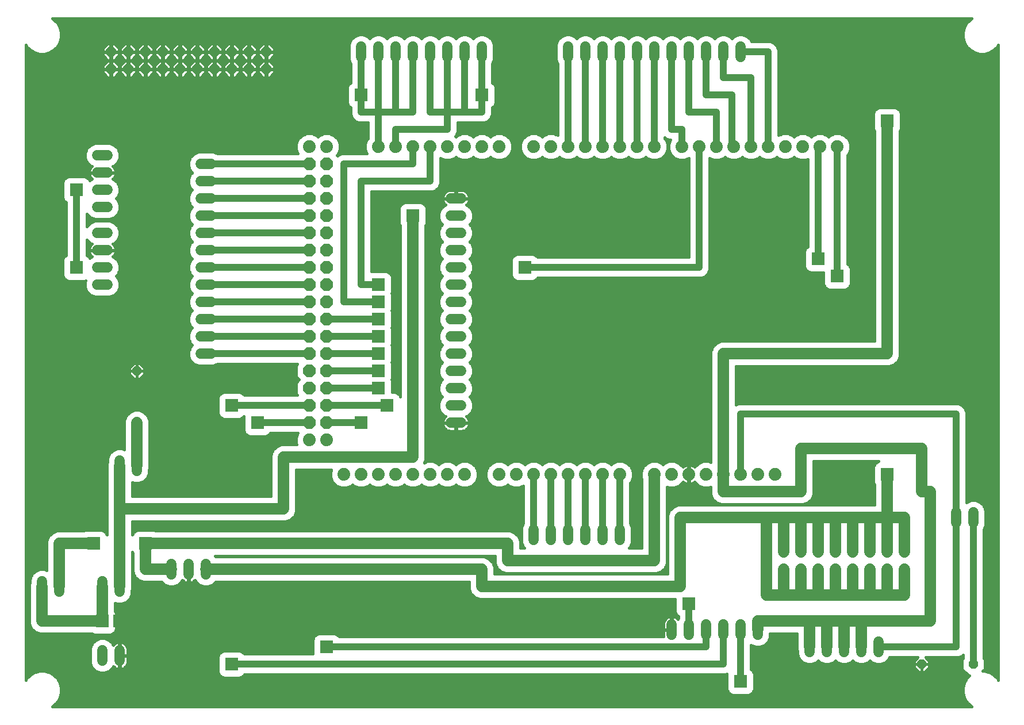
<source format=gbl>
G75*
%MOIN*%
%OFA0B0*%
%FSLAX25Y25*%
%IPPOS*%
%LPD*%
%AMOC8*
5,1,8,0,0,1.08239X$1,22.5*
%
%ADD10C,0.06000*%
%ADD11OC8,0.06000*%
%ADD12OC8,0.05200*%
%ADD13C,0.07400*%
%ADD14OC8,0.07400*%
%ADD15R,0.07677X0.07677*%
%ADD16C,0.01600*%
%ADD17C,0.06600*%
%ADD18C,0.04000*%
D10*
X0061800Y0043800D02*
X0061800Y0049800D01*
X0071800Y0049800D02*
X0071800Y0043800D01*
X0071800Y0083800D02*
X0071800Y0089800D01*
X0061800Y0089800D02*
X0061800Y0083800D01*
X0036800Y0083800D02*
X0036800Y0089800D01*
X0026800Y0089800D02*
X0026800Y0083800D01*
X0101800Y0093800D02*
X0101800Y0099800D01*
X0111800Y0099800D02*
X0111800Y0093800D01*
X0121800Y0093800D02*
X0121800Y0099800D01*
X0081800Y0153800D02*
X0081800Y0159800D01*
X0071800Y0159800D02*
X0071800Y0153800D01*
X0118800Y0221800D02*
X0124800Y0221800D01*
X0124800Y0231800D02*
X0118800Y0231800D01*
X0118800Y0241800D02*
X0124800Y0241800D01*
X0124800Y0251800D02*
X0118800Y0251800D01*
X0118800Y0261800D02*
X0124800Y0261800D01*
X0124800Y0271800D02*
X0118800Y0271800D01*
X0118800Y0281800D02*
X0124800Y0281800D01*
X0124800Y0291800D02*
X0118800Y0291800D01*
X0118800Y0301800D02*
X0124800Y0301800D01*
X0124800Y0311800D02*
X0118800Y0311800D01*
X0118800Y0321800D02*
X0124800Y0321800D01*
X0124800Y0331800D02*
X0118800Y0331800D01*
X0064800Y0326800D02*
X0058800Y0326800D01*
X0058800Y0316800D02*
X0064800Y0316800D01*
X0064800Y0306800D02*
X0058800Y0306800D01*
X0058800Y0291800D02*
X0064800Y0291800D01*
X0064800Y0281800D02*
X0058800Y0281800D01*
X0058800Y0271800D02*
X0064800Y0271800D01*
X0064800Y0261800D02*
X0058800Y0261800D01*
X0058800Y0336800D02*
X0064800Y0336800D01*
X0211800Y0393800D02*
X0211800Y0399800D01*
X0221800Y0399800D02*
X0221800Y0393800D01*
X0231800Y0393800D02*
X0231800Y0399800D01*
X0241800Y0399800D02*
X0241800Y0393800D01*
X0251800Y0393800D02*
X0251800Y0399800D01*
X0261800Y0399800D02*
X0261800Y0393800D01*
X0271800Y0393800D02*
X0271800Y0399800D01*
X0281800Y0399800D02*
X0281800Y0393800D01*
X0331800Y0393800D02*
X0331800Y0399800D01*
X0341800Y0399800D02*
X0341800Y0393800D01*
X0351800Y0393800D02*
X0351800Y0399800D01*
X0361800Y0399800D02*
X0361800Y0393800D01*
X0371800Y0393800D02*
X0371800Y0399800D01*
X0381800Y0399800D02*
X0381800Y0393800D01*
X0391800Y0393800D02*
X0391800Y0399800D01*
X0401800Y0399800D02*
X0401800Y0393800D01*
X0411800Y0393800D02*
X0411800Y0399800D01*
X0421800Y0399800D02*
X0421800Y0393800D01*
X0431800Y0393800D02*
X0431800Y0399800D01*
X0269800Y0311800D02*
X0263800Y0311800D01*
X0263800Y0301800D02*
X0269800Y0301800D01*
X0269800Y0291800D02*
X0263800Y0291800D01*
X0263800Y0281800D02*
X0269800Y0281800D01*
X0269800Y0271800D02*
X0263800Y0271800D01*
X0263800Y0261800D02*
X0269800Y0261800D01*
X0269800Y0251800D02*
X0263800Y0251800D01*
X0263800Y0241800D02*
X0269800Y0241800D01*
X0269800Y0231800D02*
X0263800Y0231800D01*
X0263800Y0221800D02*
X0269800Y0221800D01*
X0269800Y0211800D02*
X0263800Y0211800D01*
X0263800Y0201800D02*
X0269800Y0201800D01*
X0269800Y0191800D02*
X0263800Y0191800D01*
X0263800Y0181800D02*
X0269800Y0181800D01*
X0311800Y0119800D02*
X0311800Y0113800D01*
X0321800Y0113800D02*
X0321800Y0119800D01*
X0331800Y0119800D02*
X0331800Y0113800D01*
X0341800Y0113800D02*
X0341800Y0119800D01*
X0351800Y0119800D02*
X0351800Y0113800D01*
X0361800Y0113800D02*
X0361800Y0119800D01*
X0391800Y0064800D02*
X0391800Y0058800D01*
X0401800Y0058800D02*
X0401800Y0064800D01*
X0411800Y0064800D02*
X0411800Y0058800D01*
X0421800Y0058800D02*
X0421800Y0064800D01*
X0431800Y0064800D02*
X0431800Y0058800D01*
X0441800Y0058800D02*
X0441800Y0064800D01*
X0471800Y0054800D02*
X0471800Y0048800D01*
X0481800Y0048800D02*
X0481800Y0054800D01*
X0491800Y0054800D02*
X0491800Y0048800D01*
X0501800Y0048800D02*
X0501800Y0054800D01*
X0511800Y0054800D02*
X0511800Y0048800D01*
X0556800Y0123800D02*
X0556800Y0129800D01*
X0566800Y0129800D02*
X0566800Y0123800D01*
D11*
X0526800Y0106800D03*
X0526800Y0096800D03*
X0516800Y0096800D03*
X0516800Y0106800D03*
X0506800Y0106800D03*
X0506800Y0096800D03*
X0496800Y0096800D03*
X0486800Y0096800D03*
X0486800Y0106800D03*
X0496800Y0106800D03*
X0476800Y0106800D03*
X0476800Y0096800D03*
X0466800Y0096800D03*
X0456800Y0096800D03*
X0456800Y0106800D03*
X0466800Y0106800D03*
X0156800Y0386800D03*
X0156800Y0396800D03*
X0146800Y0396800D03*
X0146800Y0386800D03*
X0136800Y0386800D03*
X0126800Y0386800D03*
X0126800Y0396800D03*
X0136800Y0396800D03*
X0116800Y0396800D03*
X0116800Y0386800D03*
X0106800Y0386800D03*
X0096800Y0386800D03*
X0096800Y0396800D03*
X0106800Y0396800D03*
X0086800Y0396800D03*
X0086800Y0386800D03*
X0076800Y0386800D03*
X0066800Y0386800D03*
X0066800Y0396800D03*
X0076800Y0396800D03*
D12*
X0081800Y0211800D03*
X0081800Y0181800D03*
X0536800Y0041800D03*
X0566800Y0041800D03*
D13*
X0451800Y0151800D03*
X0441800Y0151800D03*
X0431800Y0151800D03*
X0421800Y0151800D03*
X0411800Y0151800D03*
X0401800Y0151800D03*
X0391800Y0151800D03*
X0381800Y0151800D03*
X0361800Y0151800D03*
X0351800Y0151800D03*
X0341800Y0151800D03*
X0331800Y0151800D03*
X0321800Y0151800D03*
X0311800Y0151800D03*
X0301800Y0151800D03*
X0291800Y0151800D03*
X0271800Y0151800D03*
X0261800Y0151800D03*
X0251800Y0151800D03*
X0241800Y0151800D03*
X0231800Y0151800D03*
X0221800Y0151800D03*
X0211800Y0151800D03*
X0201800Y0151800D03*
X0191800Y0171800D03*
X0181800Y0171800D03*
X0181800Y0341800D03*
X0191800Y0341800D03*
X0221800Y0341800D03*
X0231800Y0341800D03*
X0241800Y0341800D03*
X0251800Y0341800D03*
X0261800Y0341800D03*
X0271800Y0341800D03*
X0281800Y0341800D03*
X0291800Y0341800D03*
X0311800Y0341800D03*
X0321800Y0341800D03*
X0331800Y0341800D03*
X0341800Y0341800D03*
X0351800Y0341800D03*
X0361800Y0341800D03*
X0371800Y0341800D03*
X0381800Y0341800D03*
X0397800Y0341800D03*
X0407800Y0341800D03*
X0417800Y0341800D03*
X0427800Y0341800D03*
X0437800Y0341800D03*
X0447800Y0341800D03*
X0457800Y0341800D03*
X0467800Y0341800D03*
X0477800Y0341800D03*
X0487800Y0341800D03*
D14*
X0191800Y0331800D03*
X0191800Y0321800D03*
X0181800Y0321800D03*
X0181800Y0331800D03*
X0181800Y0311800D03*
X0181800Y0301800D03*
X0181800Y0291800D03*
X0191800Y0291800D03*
X0191800Y0301800D03*
X0191800Y0311800D03*
X0191800Y0281800D03*
X0191800Y0271800D03*
X0191800Y0261800D03*
X0191800Y0251800D03*
X0181800Y0251800D03*
X0181800Y0261800D03*
X0181800Y0271800D03*
X0181800Y0281800D03*
X0181800Y0241800D03*
X0181800Y0231800D03*
X0181800Y0221800D03*
X0191800Y0221800D03*
X0191800Y0231800D03*
X0191800Y0241800D03*
X0191800Y0211800D03*
X0191800Y0201800D03*
X0191800Y0191800D03*
X0181800Y0191800D03*
X0181800Y0201800D03*
X0181800Y0211800D03*
X0181800Y0181800D03*
X0191800Y0181800D03*
D15*
X0211800Y0181800D03*
X0226800Y0191800D03*
X0221800Y0201800D03*
X0221800Y0211800D03*
X0221800Y0221800D03*
X0221800Y0231800D03*
X0221800Y0241800D03*
X0221800Y0251800D03*
X0221800Y0261800D03*
X0241800Y0301800D03*
X0221800Y0311800D03*
X0211800Y0371800D03*
X0281800Y0371800D03*
X0306800Y0271800D03*
X0291800Y0181800D03*
X0151800Y0181800D03*
X0136800Y0191800D03*
X0046800Y0271800D03*
X0046800Y0316800D03*
X0056800Y0111800D03*
X0086800Y0111800D03*
X0071800Y0066800D03*
X0061800Y0066800D03*
X0136800Y0041800D03*
X0191800Y0051800D03*
X0401800Y0076800D03*
X0431800Y0031800D03*
X0516800Y0151800D03*
X0487800Y0266800D03*
X0476800Y0276800D03*
X0516800Y0356800D03*
D16*
X0033615Y0017918D02*
X0032717Y0017400D01*
X0565883Y0017400D01*
X0564985Y0017918D01*
X0562918Y0019985D01*
X0561457Y0022516D01*
X0560701Y0025339D01*
X0560701Y0028261D01*
X0561457Y0031084D01*
X0562918Y0033615D01*
X0564503Y0035200D01*
X0564066Y0035200D01*
X0560200Y0039066D01*
X0560200Y0044534D01*
X0560800Y0045134D01*
X0560800Y0047315D01*
X0560199Y0046713D01*
X0557993Y0045800D01*
X0539023Y0045800D01*
X0541200Y0043623D01*
X0541200Y0041800D01*
X0536800Y0041800D01*
X0536800Y0041800D01*
X0541200Y0041800D01*
X0541200Y0039977D01*
X0538623Y0037400D01*
X0536800Y0037400D01*
X0536800Y0041800D01*
X0536800Y0041800D01*
X0536800Y0041800D01*
X0532400Y0041800D01*
X0532400Y0043623D01*
X0534577Y0045800D01*
X0518134Y0045800D01*
X0517734Y0044835D01*
X0515765Y0042866D01*
X0513192Y0041800D01*
X0510408Y0041800D01*
X0507835Y0042866D01*
X0506800Y0043901D01*
X0505765Y0042866D01*
X0503192Y0041800D01*
X0500408Y0041800D01*
X0497835Y0042866D01*
X0496800Y0043901D01*
X0495765Y0042866D01*
X0493192Y0041800D01*
X0490408Y0041800D01*
X0487835Y0042866D01*
X0486800Y0043901D01*
X0485765Y0042866D01*
X0483192Y0041800D01*
X0480408Y0041800D01*
X0477835Y0042866D01*
X0476800Y0043901D01*
X0475765Y0042866D01*
X0473192Y0041800D01*
X0470408Y0041800D01*
X0467835Y0042866D01*
X0465866Y0044835D01*
X0464800Y0047408D01*
X0464800Y0049624D01*
X0464500Y0050348D01*
X0464500Y0059500D01*
X0448800Y0059500D01*
X0448800Y0057408D01*
X0447734Y0054835D01*
X0445765Y0052866D01*
X0443192Y0051800D01*
X0440408Y0051800D01*
X0437835Y0052866D01*
X0437800Y0052901D01*
X0437800Y0039073D01*
X0437904Y0039030D01*
X0439030Y0037904D01*
X0439639Y0036434D01*
X0439639Y0027166D01*
X0439030Y0025696D01*
X0437904Y0024570D01*
X0436434Y0023961D01*
X0427166Y0023961D01*
X0425696Y0024570D01*
X0424570Y0025696D01*
X0423961Y0027166D01*
X0423961Y0036201D01*
X0422993Y0035800D01*
X0144073Y0035800D01*
X0144030Y0035696D01*
X0142904Y0034570D01*
X0141434Y0033961D01*
X0132166Y0033961D01*
X0130696Y0034570D01*
X0129570Y0035696D01*
X0128961Y0037166D01*
X0128961Y0046434D01*
X0129570Y0047904D01*
X0130696Y0049030D01*
X0132166Y0049639D01*
X0141434Y0049639D01*
X0142904Y0049030D01*
X0144030Y0047904D01*
X0144073Y0047800D01*
X0183961Y0047800D01*
X0183961Y0056434D01*
X0184570Y0057904D01*
X0185696Y0059030D01*
X0187166Y0059639D01*
X0196434Y0059639D01*
X0197904Y0059030D01*
X0199030Y0057904D01*
X0199073Y0057800D01*
X0387099Y0057800D01*
X0387000Y0058422D01*
X0387000Y0061600D01*
X0391600Y0061600D01*
X0391600Y0062000D01*
X0391600Y0069600D01*
X0391422Y0069600D01*
X0390676Y0069482D01*
X0389957Y0069248D01*
X0389284Y0068905D01*
X0388673Y0068461D01*
X0388139Y0067927D01*
X0387695Y0067316D01*
X0387352Y0066643D01*
X0387118Y0065924D01*
X0387000Y0065178D01*
X0387000Y0062000D01*
X0391600Y0062000D01*
X0392000Y0062000D01*
X0392000Y0069600D01*
X0392178Y0069600D01*
X0392924Y0069482D01*
X0393643Y0069248D01*
X0394316Y0068905D01*
X0394927Y0068461D01*
X0395461Y0067927D01*
X0395498Y0067877D01*
X0395800Y0068607D01*
X0395800Y0069527D01*
X0395696Y0069570D01*
X0394570Y0070696D01*
X0393961Y0072166D01*
X0393961Y0079500D01*
X0280348Y0079500D01*
X0277665Y0080611D01*
X0275611Y0082665D01*
X0274500Y0085348D01*
X0274500Y0089500D01*
X0127399Y0089500D01*
X0125765Y0087866D01*
X0123192Y0086800D01*
X0120408Y0086800D01*
X0117835Y0087866D01*
X0115866Y0089835D01*
X0115498Y0090723D01*
X0115461Y0090673D01*
X0114927Y0090139D01*
X0114316Y0089695D01*
X0113643Y0089352D01*
X0112924Y0089118D01*
X0112178Y0089000D01*
X0112000Y0089000D01*
X0112000Y0096600D01*
X0111600Y0096600D01*
X0111600Y0089000D01*
X0111422Y0089000D01*
X0110676Y0089118D01*
X0109957Y0089352D01*
X0109284Y0089695D01*
X0108673Y0090139D01*
X0108139Y0090673D01*
X0108102Y0090723D01*
X0107734Y0089835D01*
X0105765Y0087866D01*
X0103192Y0086800D01*
X0100408Y0086800D01*
X0097835Y0087866D01*
X0096201Y0089500D01*
X0085348Y0089500D01*
X0082665Y0090611D01*
X0080611Y0092665D01*
X0079500Y0095348D01*
X0079500Y0105866D01*
X0079100Y0106831D01*
X0079100Y0085348D01*
X0078800Y0084624D01*
X0078800Y0082408D01*
X0077734Y0079835D01*
X0075765Y0077866D01*
X0073192Y0076800D01*
X0070408Y0076800D01*
X0069100Y0077342D01*
X0069100Y0072734D01*
X0069639Y0071434D01*
X0069639Y0062166D01*
X0069030Y0060696D01*
X0067904Y0059570D01*
X0066434Y0058961D01*
X0057166Y0058961D01*
X0055866Y0059500D01*
X0025348Y0059500D01*
X0022665Y0060611D01*
X0020611Y0062665D01*
X0019500Y0065348D01*
X0019500Y0088252D01*
X0019800Y0088976D01*
X0019800Y0091192D01*
X0020866Y0093765D01*
X0022835Y0095734D01*
X0025408Y0096800D01*
X0028192Y0096800D01*
X0029500Y0096258D01*
X0029500Y0113252D01*
X0030611Y0115935D01*
X0032665Y0117989D01*
X0035348Y0119100D01*
X0050866Y0119100D01*
X0052166Y0119639D01*
X0061434Y0119639D01*
X0062904Y0119030D01*
X0064030Y0117904D01*
X0064500Y0116769D01*
X0064500Y0158252D01*
X0064800Y0158976D01*
X0064800Y0161192D01*
X0065866Y0163765D01*
X0067835Y0165734D01*
X0070408Y0166800D01*
X0073192Y0166800D01*
X0074500Y0166258D01*
X0074500Y0183252D01*
X0075611Y0185935D01*
X0077665Y0187989D01*
X0080348Y0189100D01*
X0083252Y0189100D01*
X0085935Y0187989D01*
X0087989Y0185935D01*
X0089100Y0183252D01*
X0089100Y0155348D01*
X0088800Y0154624D01*
X0088800Y0152408D01*
X0087734Y0149835D01*
X0085765Y0147866D01*
X0083192Y0146800D01*
X0080408Y0146800D01*
X0079100Y0147342D01*
X0079100Y0139100D01*
X0159500Y0139100D01*
X0159500Y0163252D01*
X0160611Y0165935D01*
X0162665Y0167989D01*
X0165348Y0169100D01*
X0174584Y0169100D01*
X0174100Y0170268D01*
X0174100Y0173332D01*
X0175122Y0175800D01*
X0159073Y0175800D01*
X0159030Y0175696D01*
X0157904Y0174570D01*
X0156434Y0173961D01*
X0147166Y0173961D01*
X0145696Y0174570D01*
X0144570Y0175696D01*
X0143961Y0177166D01*
X0143961Y0185627D01*
X0142904Y0184570D01*
X0141434Y0183961D01*
X0132166Y0183961D01*
X0130696Y0184570D01*
X0129570Y0185696D01*
X0128961Y0187166D01*
X0128961Y0196434D01*
X0129570Y0197904D01*
X0130696Y0199030D01*
X0132166Y0199639D01*
X0141434Y0199639D01*
X0142904Y0199030D01*
X0144030Y0197904D01*
X0144073Y0197800D01*
X0174911Y0197800D01*
X0174100Y0198611D01*
X0174100Y0204989D01*
X0175911Y0206800D01*
X0174100Y0208611D01*
X0174100Y0214989D01*
X0174911Y0215800D01*
X0128607Y0215800D01*
X0126192Y0214800D01*
X0117408Y0214800D01*
X0114835Y0215866D01*
X0112866Y0217835D01*
X0111800Y0220408D01*
X0111800Y0223192D01*
X0112866Y0225765D01*
X0113901Y0226800D01*
X0112866Y0227835D01*
X0111800Y0230408D01*
X0111800Y0233192D01*
X0112866Y0235765D01*
X0113901Y0236800D01*
X0112866Y0237835D01*
X0111800Y0240408D01*
X0111800Y0243192D01*
X0112866Y0245765D01*
X0113901Y0246800D01*
X0112866Y0247835D01*
X0111800Y0250408D01*
X0111800Y0253192D01*
X0112866Y0255765D01*
X0113901Y0256800D01*
X0112866Y0257835D01*
X0111800Y0260408D01*
X0111800Y0263192D01*
X0112866Y0265765D01*
X0113901Y0266800D01*
X0112866Y0267835D01*
X0111800Y0270408D01*
X0111800Y0273192D01*
X0112866Y0275765D01*
X0113901Y0276800D01*
X0112866Y0277835D01*
X0111800Y0280408D01*
X0111800Y0283192D01*
X0112866Y0285765D01*
X0113901Y0286800D01*
X0112866Y0287835D01*
X0111800Y0290408D01*
X0111800Y0293192D01*
X0112866Y0295765D01*
X0113901Y0296800D01*
X0112866Y0297835D01*
X0111800Y0300408D01*
X0111800Y0303192D01*
X0112866Y0305765D01*
X0113901Y0306800D01*
X0112866Y0307835D01*
X0111800Y0310408D01*
X0111800Y0313192D01*
X0112866Y0315765D01*
X0113901Y0316800D01*
X0112866Y0317835D01*
X0111800Y0320408D01*
X0111800Y0323192D01*
X0112866Y0325765D01*
X0113901Y0326800D01*
X0112866Y0327835D01*
X0111800Y0330408D01*
X0111800Y0333192D01*
X0112866Y0335765D01*
X0114835Y0337734D01*
X0117408Y0338800D01*
X0126192Y0338800D01*
X0128607Y0337800D01*
X0175122Y0337800D01*
X0174100Y0340268D01*
X0174100Y0343332D01*
X0175272Y0346162D01*
X0177438Y0348328D01*
X0180268Y0349500D01*
X0183332Y0349500D01*
X0186162Y0348328D01*
X0186800Y0347689D01*
X0187438Y0348328D01*
X0190268Y0349500D01*
X0193332Y0349500D01*
X0196162Y0348328D01*
X0198328Y0346162D01*
X0199500Y0343332D01*
X0199500Y0340268D01*
X0198328Y0337438D01*
X0197689Y0336800D01*
X0198002Y0336487D01*
X0198401Y0336887D01*
X0200607Y0337800D01*
X0215122Y0337800D01*
X0214100Y0340268D01*
X0214100Y0343332D01*
X0215272Y0346162D01*
X0215800Y0346689D01*
X0215800Y0355800D01*
X0210607Y0355800D01*
X0208401Y0356713D01*
X0206713Y0358401D01*
X0205800Y0360607D01*
X0205800Y0364527D01*
X0205696Y0364570D01*
X0204570Y0365696D01*
X0203961Y0367166D01*
X0203961Y0376434D01*
X0204570Y0377904D01*
X0205696Y0379030D01*
X0205800Y0379073D01*
X0205800Y0389993D01*
X0204800Y0392408D01*
X0204800Y0401192D01*
X0205866Y0403765D01*
X0207835Y0405734D01*
X0210408Y0406800D01*
X0213192Y0406800D01*
X0215765Y0405734D01*
X0216800Y0404699D01*
X0217835Y0405734D01*
X0220408Y0406800D01*
X0223192Y0406800D01*
X0225765Y0405734D01*
X0226800Y0404699D01*
X0227835Y0405734D01*
X0230408Y0406800D01*
X0233192Y0406800D01*
X0235765Y0405734D01*
X0236800Y0404699D01*
X0237835Y0405734D01*
X0240408Y0406800D01*
X0243192Y0406800D01*
X0245765Y0405734D01*
X0246800Y0404699D01*
X0247835Y0405734D01*
X0250408Y0406800D01*
X0253192Y0406800D01*
X0255765Y0405734D01*
X0256800Y0404699D01*
X0257835Y0405734D01*
X0260408Y0406800D01*
X0263192Y0406800D01*
X0265765Y0405734D01*
X0266800Y0404699D01*
X0267835Y0405734D01*
X0270408Y0406800D01*
X0273192Y0406800D01*
X0275765Y0405734D01*
X0276800Y0404699D01*
X0277835Y0405734D01*
X0280408Y0406800D01*
X0283192Y0406800D01*
X0285765Y0405734D01*
X0287734Y0403765D01*
X0288800Y0401192D01*
X0288800Y0392408D01*
X0287800Y0389993D01*
X0287800Y0379073D01*
X0287904Y0379030D01*
X0289030Y0377904D01*
X0289639Y0376434D01*
X0289639Y0367166D01*
X0289030Y0365696D01*
X0287904Y0364570D01*
X0287800Y0364527D01*
X0287800Y0360607D01*
X0286887Y0358401D01*
X0285199Y0356713D01*
X0282993Y0355800D01*
X0267800Y0355800D01*
X0267800Y0350607D01*
X0266887Y0348401D01*
X0266487Y0348002D01*
X0266800Y0347689D01*
X0267438Y0348328D01*
X0270268Y0349500D01*
X0273332Y0349500D01*
X0276162Y0348328D01*
X0276800Y0347689D01*
X0277438Y0348328D01*
X0280268Y0349500D01*
X0283332Y0349500D01*
X0286162Y0348328D01*
X0286800Y0347689D01*
X0287438Y0348328D01*
X0290268Y0349500D01*
X0293332Y0349500D01*
X0296162Y0348328D01*
X0298328Y0346162D01*
X0299500Y0343332D01*
X0299500Y0340268D01*
X0298328Y0337438D01*
X0296162Y0335272D01*
X0293332Y0334100D01*
X0290268Y0334100D01*
X0287438Y0335272D01*
X0286800Y0335911D01*
X0286162Y0335272D01*
X0283332Y0334100D01*
X0280268Y0334100D01*
X0277438Y0335272D01*
X0276800Y0335911D01*
X0276162Y0335272D01*
X0273332Y0334100D01*
X0270268Y0334100D01*
X0267438Y0335272D01*
X0266800Y0335911D01*
X0266162Y0335272D01*
X0263332Y0334100D01*
X0260268Y0334100D01*
X0257800Y0335122D01*
X0257800Y0320607D01*
X0256887Y0318401D01*
X0255199Y0316713D01*
X0252993Y0315800D01*
X0217800Y0315800D01*
X0217800Y0269639D01*
X0226434Y0269639D01*
X0227904Y0269030D01*
X0229030Y0267904D01*
X0229639Y0266434D01*
X0229639Y0257166D01*
X0229487Y0256800D01*
X0229639Y0256434D01*
X0229639Y0247166D01*
X0229487Y0246800D01*
X0229639Y0246434D01*
X0229639Y0237166D01*
X0229487Y0236800D01*
X0229639Y0236434D01*
X0229639Y0227166D01*
X0229487Y0226800D01*
X0229639Y0226434D01*
X0229639Y0217166D01*
X0229487Y0216800D01*
X0229639Y0216434D01*
X0229639Y0207166D01*
X0229487Y0206800D01*
X0229639Y0206434D01*
X0229639Y0199639D01*
X0231434Y0199639D01*
X0232904Y0199030D01*
X0234030Y0197904D01*
X0234500Y0196769D01*
X0234500Y0295866D01*
X0233961Y0297166D01*
X0233961Y0306434D01*
X0234570Y0307904D01*
X0235696Y0309030D01*
X0237166Y0309639D01*
X0246434Y0309639D01*
X0247904Y0309030D01*
X0249030Y0307904D01*
X0249639Y0306434D01*
X0249639Y0297166D01*
X0249100Y0295866D01*
X0249100Y0160348D01*
X0248434Y0158740D01*
X0250268Y0159500D01*
X0253332Y0159500D01*
X0256162Y0158328D01*
X0256800Y0157689D01*
X0257438Y0158328D01*
X0260268Y0159500D01*
X0263332Y0159500D01*
X0266162Y0158328D01*
X0266800Y0157689D01*
X0267438Y0158328D01*
X0270268Y0159500D01*
X0273332Y0159500D01*
X0276162Y0158328D01*
X0278328Y0156162D01*
X0279500Y0153332D01*
X0279500Y0150268D01*
X0278328Y0147438D01*
X0276162Y0145272D01*
X0273332Y0144100D01*
X0270268Y0144100D01*
X0267438Y0145272D01*
X0266800Y0145911D01*
X0266162Y0145272D01*
X0263332Y0144100D01*
X0260268Y0144100D01*
X0257438Y0145272D01*
X0256800Y0145911D01*
X0256162Y0145272D01*
X0253332Y0144100D01*
X0250268Y0144100D01*
X0247438Y0145272D01*
X0246800Y0145911D01*
X0246162Y0145272D01*
X0243332Y0144100D01*
X0240268Y0144100D01*
X0237438Y0145272D01*
X0236800Y0145911D01*
X0236162Y0145272D01*
X0233332Y0144100D01*
X0230268Y0144100D01*
X0227438Y0145272D01*
X0226800Y0145911D01*
X0226162Y0145272D01*
X0223332Y0144100D01*
X0220268Y0144100D01*
X0217438Y0145272D01*
X0216800Y0145911D01*
X0216162Y0145272D01*
X0213332Y0144100D01*
X0210268Y0144100D01*
X0207438Y0145272D01*
X0206800Y0145911D01*
X0206162Y0145272D01*
X0203332Y0144100D01*
X0200268Y0144100D01*
X0197438Y0145272D01*
X0195272Y0147438D01*
X0194100Y0150268D01*
X0194100Y0153332D01*
X0194584Y0154500D01*
X0174100Y0154500D01*
X0174100Y0130348D01*
X0172989Y0127665D01*
X0170935Y0125611D01*
X0168252Y0124500D01*
X0079100Y0124500D01*
X0079100Y0116769D01*
X0079570Y0117904D01*
X0080696Y0119030D01*
X0082166Y0119639D01*
X0091434Y0119639D01*
X0092734Y0119100D01*
X0298252Y0119100D01*
X0300935Y0117989D01*
X0302989Y0115935D01*
X0304100Y0113252D01*
X0304100Y0109100D01*
X0306601Y0109100D01*
X0305866Y0109835D01*
X0304800Y0112408D01*
X0304800Y0121192D01*
X0305800Y0123607D01*
X0305800Y0145122D01*
X0303332Y0144100D01*
X0300268Y0144100D01*
X0297438Y0145272D01*
X0296800Y0145911D01*
X0296162Y0145272D01*
X0293332Y0144100D01*
X0290268Y0144100D01*
X0287438Y0145272D01*
X0285272Y0147438D01*
X0284100Y0150268D01*
X0284100Y0153332D01*
X0285272Y0156162D01*
X0287438Y0158328D01*
X0290268Y0159500D01*
X0293332Y0159500D01*
X0296162Y0158328D01*
X0296800Y0157689D01*
X0297438Y0158328D01*
X0300268Y0159500D01*
X0303332Y0159500D01*
X0306162Y0158328D01*
X0306800Y0157689D01*
X0307438Y0158328D01*
X0310268Y0159500D01*
X0313332Y0159500D01*
X0316162Y0158328D01*
X0316800Y0157689D01*
X0317438Y0158328D01*
X0320268Y0159500D01*
X0323332Y0159500D01*
X0326162Y0158328D01*
X0326800Y0157689D01*
X0327438Y0158328D01*
X0330268Y0159500D01*
X0333332Y0159500D01*
X0336162Y0158328D01*
X0336800Y0157689D01*
X0337438Y0158328D01*
X0340268Y0159500D01*
X0343332Y0159500D01*
X0346162Y0158328D01*
X0346800Y0157689D01*
X0347438Y0158328D01*
X0350268Y0159500D01*
X0353332Y0159500D01*
X0356162Y0158328D01*
X0356800Y0157689D01*
X0357438Y0158328D01*
X0360268Y0159500D01*
X0363332Y0159500D01*
X0366162Y0158328D01*
X0368328Y0156162D01*
X0369500Y0153332D01*
X0369500Y0150268D01*
X0368328Y0147438D01*
X0367800Y0146911D01*
X0367800Y0123607D01*
X0368800Y0121192D01*
X0368800Y0112408D01*
X0367734Y0109835D01*
X0366999Y0109100D01*
X0374500Y0109100D01*
X0374500Y0149303D01*
X0374100Y0150268D01*
X0374100Y0153332D01*
X0375272Y0156162D01*
X0377438Y0158328D01*
X0380268Y0159500D01*
X0383332Y0159500D01*
X0386162Y0158328D01*
X0386800Y0157689D01*
X0387438Y0158328D01*
X0390268Y0159500D01*
X0393332Y0159500D01*
X0396162Y0158328D01*
X0398328Y0156162D01*
X0398355Y0156096D01*
X0398917Y0156504D01*
X0399689Y0156897D01*
X0400512Y0157165D01*
X0401367Y0157300D01*
X0401600Y0157300D01*
X0401600Y0152000D01*
X0402000Y0152000D01*
X0402000Y0157300D01*
X0402233Y0157300D01*
X0403088Y0157165D01*
X0403911Y0156897D01*
X0404683Y0156504D01*
X0405245Y0156096D01*
X0405272Y0156162D01*
X0407438Y0158328D01*
X0410268Y0159500D01*
X0413332Y0159500D01*
X0414500Y0159016D01*
X0414500Y0223252D01*
X0415611Y0225935D01*
X0417665Y0227989D01*
X0420348Y0229100D01*
X0509500Y0229100D01*
X0509500Y0350866D01*
X0508961Y0352166D01*
X0508961Y0361434D01*
X0509570Y0362904D01*
X0510696Y0364030D01*
X0512166Y0364639D01*
X0521434Y0364639D01*
X0522904Y0364030D01*
X0524030Y0362904D01*
X0524639Y0361434D01*
X0524639Y0352166D01*
X0524100Y0350866D01*
X0524100Y0220348D01*
X0522989Y0217665D01*
X0520935Y0215611D01*
X0518252Y0214500D01*
X0429100Y0214500D01*
X0429100Y0192176D01*
X0430607Y0192800D01*
X0557993Y0192800D01*
X0560199Y0191887D01*
X0561887Y0190199D01*
X0562800Y0187993D01*
X0562800Y0135699D01*
X0562835Y0135734D01*
X0565408Y0136800D01*
X0568192Y0136800D01*
X0570765Y0135734D01*
X0572734Y0133765D01*
X0573800Y0131192D01*
X0573800Y0122408D01*
X0572800Y0119993D01*
X0572800Y0045134D01*
X0573400Y0044534D01*
X0573400Y0039066D01*
X0572233Y0037899D01*
X0573261Y0037899D01*
X0576084Y0037143D01*
X0578615Y0035682D01*
X0580682Y0033615D01*
X0581200Y0032717D01*
X0581200Y0400883D01*
X0580682Y0399985D01*
X0578615Y0397918D01*
X0576084Y0396457D01*
X0573261Y0395701D01*
X0570339Y0395701D01*
X0567516Y0396457D01*
X0564985Y0397918D01*
X0562918Y0399985D01*
X0561457Y0402516D01*
X0560701Y0405339D01*
X0560701Y0408261D01*
X0561457Y0411084D01*
X0562918Y0413615D01*
X0564985Y0415682D01*
X0565883Y0416200D01*
X0032717Y0416200D01*
X0033615Y0415682D01*
X0035682Y0413615D01*
X0037143Y0411084D01*
X0037899Y0408261D01*
X0037899Y0405339D01*
X0037143Y0402516D01*
X0035682Y0399985D01*
X0033615Y0397918D01*
X0031084Y0396457D01*
X0028261Y0395701D01*
X0025339Y0395701D01*
X0022516Y0396457D01*
X0019985Y0397918D01*
X0017918Y0399985D01*
X0017400Y0400883D01*
X0017400Y0032717D01*
X0017918Y0033615D01*
X0019985Y0035682D01*
X0022516Y0037143D01*
X0025339Y0037899D01*
X0028261Y0037899D01*
X0031084Y0037143D01*
X0033615Y0035682D01*
X0035682Y0033615D01*
X0037143Y0031084D01*
X0037899Y0028261D01*
X0037899Y0025339D01*
X0037143Y0022516D01*
X0035682Y0019985D01*
X0033615Y0017918D01*
X0033891Y0018194D02*
X0564709Y0018194D01*
X0563111Y0019793D02*
X0035489Y0019793D01*
X0036493Y0021391D02*
X0562107Y0021391D01*
X0561330Y0022990D02*
X0037270Y0022990D01*
X0037698Y0024588D02*
X0425678Y0024588D01*
X0424367Y0026187D02*
X0037899Y0026187D01*
X0037899Y0027785D02*
X0423961Y0027785D01*
X0423961Y0029384D02*
X0037598Y0029384D01*
X0037170Y0030982D02*
X0423961Y0030982D01*
X0423961Y0032581D02*
X0036279Y0032581D01*
X0035117Y0034179D02*
X0131640Y0034179D01*
X0129536Y0035778D02*
X0033449Y0035778D01*
X0030213Y0037376D02*
X0059017Y0037376D01*
X0057835Y0037866D02*
X0060408Y0036800D01*
X0063192Y0036800D01*
X0065765Y0037866D01*
X0067734Y0039835D01*
X0068102Y0040723D01*
X0068139Y0040673D01*
X0068673Y0040139D01*
X0069284Y0039695D01*
X0069957Y0039352D01*
X0070676Y0039118D01*
X0071422Y0039000D01*
X0071600Y0039000D01*
X0071600Y0046600D01*
X0072000Y0046600D01*
X0072000Y0047000D01*
X0071600Y0047000D01*
X0071600Y0054600D01*
X0071422Y0054600D01*
X0070676Y0054482D01*
X0069957Y0054248D01*
X0069284Y0053905D01*
X0068673Y0053461D01*
X0068139Y0052927D01*
X0068102Y0052877D01*
X0067734Y0053765D01*
X0065765Y0055734D01*
X0063192Y0056800D01*
X0060408Y0056800D01*
X0057835Y0055734D01*
X0055866Y0053765D01*
X0054800Y0051192D01*
X0054800Y0042408D01*
X0055866Y0039835D01*
X0057835Y0037866D01*
X0056726Y0038975D02*
X0017400Y0038975D01*
X0017400Y0040573D02*
X0055560Y0040573D01*
X0054898Y0042172D02*
X0017400Y0042172D01*
X0017400Y0043770D02*
X0054800Y0043770D01*
X0054800Y0045369D02*
X0017400Y0045369D01*
X0017400Y0046967D02*
X0054800Y0046967D01*
X0054800Y0048566D02*
X0017400Y0048566D01*
X0017400Y0050164D02*
X0054800Y0050164D01*
X0055036Y0051763D02*
X0017400Y0051763D01*
X0017400Y0053361D02*
X0055698Y0053361D01*
X0057060Y0054960D02*
X0017400Y0054960D01*
X0017400Y0056558D02*
X0059824Y0056558D01*
X0063776Y0056558D02*
X0184013Y0056558D01*
X0183961Y0054960D02*
X0066540Y0054960D01*
X0067902Y0053361D02*
X0068573Y0053361D01*
X0071600Y0053361D02*
X0072000Y0053361D01*
X0072000Y0054600D02*
X0072000Y0047000D01*
X0076600Y0047000D01*
X0076600Y0050178D01*
X0076482Y0050924D01*
X0076248Y0051643D01*
X0075905Y0052316D01*
X0075461Y0052927D01*
X0074927Y0053461D01*
X0074316Y0053905D01*
X0073643Y0054248D01*
X0072924Y0054482D01*
X0072178Y0054600D01*
X0072000Y0054600D01*
X0072000Y0051763D02*
X0071600Y0051763D01*
X0071600Y0050164D02*
X0072000Y0050164D01*
X0072000Y0048566D02*
X0071600Y0048566D01*
X0072000Y0046967D02*
X0129182Y0046967D01*
X0128961Y0045369D02*
X0076600Y0045369D01*
X0076600Y0046600D02*
X0072000Y0046600D01*
X0072000Y0039000D01*
X0072178Y0039000D01*
X0072924Y0039118D01*
X0073643Y0039352D01*
X0074316Y0039695D01*
X0074927Y0040139D01*
X0075461Y0040673D01*
X0075905Y0041284D01*
X0076248Y0041957D01*
X0076482Y0042676D01*
X0076600Y0043422D01*
X0076600Y0046600D01*
X0076600Y0048566D02*
X0130232Y0048566D01*
X0128961Y0043770D02*
X0076600Y0043770D01*
X0076318Y0042172D02*
X0128961Y0042172D01*
X0128961Y0040573D02*
X0075361Y0040573D01*
X0072000Y0040573D02*
X0071600Y0040573D01*
X0071600Y0042172D02*
X0072000Y0042172D01*
X0072000Y0043770D02*
X0071600Y0043770D01*
X0071600Y0045369D02*
X0072000Y0045369D01*
X0068239Y0040573D02*
X0068040Y0040573D01*
X0066874Y0038975D02*
X0128961Y0038975D01*
X0128961Y0037376D02*
X0064583Y0037376D01*
X0076600Y0050164D02*
X0183961Y0050164D01*
X0183961Y0048566D02*
X0143368Y0048566D01*
X0144064Y0035778D02*
X0423961Y0035778D01*
X0423961Y0034179D02*
X0141960Y0034179D01*
X0183961Y0051763D02*
X0076187Y0051763D01*
X0075027Y0053361D02*
X0183961Y0053361D01*
X0184823Y0058157D02*
X0017400Y0058157D01*
X0017400Y0059755D02*
X0024731Y0059755D01*
X0021922Y0061354D02*
X0017400Y0061354D01*
X0017400Y0062952D02*
X0020492Y0062952D01*
X0019830Y0064551D02*
X0017400Y0064551D01*
X0017400Y0066149D02*
X0019500Y0066149D01*
X0019500Y0067748D02*
X0017400Y0067748D01*
X0017400Y0069346D02*
X0019500Y0069346D01*
X0019500Y0070945D02*
X0017400Y0070945D01*
X0017400Y0072543D02*
X0019500Y0072543D01*
X0019500Y0074142D02*
X0017400Y0074142D01*
X0017400Y0075740D02*
X0019500Y0075740D01*
X0019500Y0077339D02*
X0017400Y0077339D01*
X0017400Y0078937D02*
X0019500Y0078937D01*
X0019500Y0080536D02*
X0017400Y0080536D01*
X0017400Y0082134D02*
X0019500Y0082134D01*
X0019500Y0083733D02*
X0017400Y0083733D01*
X0017400Y0085332D02*
X0019500Y0085332D01*
X0019500Y0086930D02*
X0017400Y0086930D01*
X0017400Y0088529D02*
X0019615Y0088529D01*
X0019800Y0090127D02*
X0017400Y0090127D01*
X0017400Y0091726D02*
X0020021Y0091726D01*
X0020683Y0093324D02*
X0017400Y0093324D01*
X0017400Y0094923D02*
X0022023Y0094923D01*
X0024734Y0096521D02*
X0017400Y0096521D01*
X0017400Y0098120D02*
X0029500Y0098120D01*
X0029500Y0099718D02*
X0017400Y0099718D01*
X0017400Y0101317D02*
X0029500Y0101317D01*
X0029500Y0102915D02*
X0017400Y0102915D01*
X0017400Y0104514D02*
X0029500Y0104514D01*
X0029500Y0106112D02*
X0017400Y0106112D01*
X0017400Y0107711D02*
X0029500Y0107711D01*
X0029500Y0109309D02*
X0017400Y0109309D01*
X0017400Y0110908D02*
X0029500Y0110908D01*
X0029500Y0112506D02*
X0017400Y0112506D01*
X0017400Y0114105D02*
X0029853Y0114105D01*
X0030515Y0115703D02*
X0017400Y0115703D01*
X0017400Y0117302D02*
X0031978Y0117302D01*
X0034866Y0118900D02*
X0017400Y0118900D01*
X0017400Y0120499D02*
X0064500Y0120499D01*
X0064500Y0122097D02*
X0017400Y0122097D01*
X0017400Y0123696D02*
X0064500Y0123696D01*
X0064500Y0125294D02*
X0017400Y0125294D01*
X0017400Y0126893D02*
X0064500Y0126893D01*
X0064500Y0128491D02*
X0017400Y0128491D01*
X0017400Y0130090D02*
X0064500Y0130090D01*
X0064500Y0131688D02*
X0017400Y0131688D01*
X0017400Y0133287D02*
X0064500Y0133287D01*
X0064500Y0134885D02*
X0017400Y0134885D01*
X0017400Y0136484D02*
X0064500Y0136484D01*
X0064500Y0138082D02*
X0017400Y0138082D01*
X0017400Y0139681D02*
X0064500Y0139681D01*
X0064500Y0141279D02*
X0017400Y0141279D01*
X0017400Y0142878D02*
X0064500Y0142878D01*
X0064500Y0144476D02*
X0017400Y0144476D01*
X0017400Y0146075D02*
X0064500Y0146075D01*
X0064500Y0147673D02*
X0017400Y0147673D01*
X0017400Y0149272D02*
X0064500Y0149272D01*
X0064500Y0150870D02*
X0017400Y0150870D01*
X0017400Y0152469D02*
X0064500Y0152469D01*
X0064500Y0154068D02*
X0017400Y0154068D01*
X0017400Y0155666D02*
X0064500Y0155666D01*
X0064500Y0157265D02*
X0017400Y0157265D01*
X0017400Y0158863D02*
X0064753Y0158863D01*
X0064800Y0160462D02*
X0017400Y0160462D01*
X0017400Y0162060D02*
X0065159Y0162060D01*
X0065822Y0163659D02*
X0017400Y0163659D01*
X0017400Y0165257D02*
X0067358Y0165257D01*
X0074500Y0166856D02*
X0017400Y0166856D01*
X0017400Y0168454D02*
X0074500Y0168454D01*
X0074500Y0170053D02*
X0017400Y0170053D01*
X0017400Y0171651D02*
X0074500Y0171651D01*
X0074500Y0173250D02*
X0017400Y0173250D01*
X0017400Y0174848D02*
X0074500Y0174848D01*
X0074500Y0176447D02*
X0017400Y0176447D01*
X0017400Y0178045D02*
X0074500Y0178045D01*
X0074500Y0179644D02*
X0017400Y0179644D01*
X0017400Y0181242D02*
X0074500Y0181242D01*
X0074500Y0182841D02*
X0017400Y0182841D01*
X0017400Y0184439D02*
X0074992Y0184439D01*
X0075714Y0186038D02*
X0017400Y0186038D01*
X0017400Y0187636D02*
X0077312Y0187636D01*
X0086287Y0187636D02*
X0128961Y0187636D01*
X0128961Y0189235D02*
X0017400Y0189235D01*
X0017400Y0190833D02*
X0128961Y0190833D01*
X0128961Y0192432D02*
X0017400Y0192432D01*
X0017400Y0194030D02*
X0128961Y0194030D01*
X0128961Y0195629D02*
X0017400Y0195629D01*
X0017400Y0197227D02*
X0129290Y0197227D01*
X0130492Y0198826D02*
X0017400Y0198826D01*
X0017400Y0200424D02*
X0174100Y0200424D01*
X0174100Y0198826D02*
X0143108Y0198826D01*
X0142588Y0184439D02*
X0143961Y0184439D01*
X0143961Y0182841D02*
X0089100Y0182841D01*
X0089100Y0181242D02*
X0143961Y0181242D01*
X0143961Y0179644D02*
X0089100Y0179644D01*
X0089100Y0178045D02*
X0143961Y0178045D01*
X0144259Y0176447D02*
X0089100Y0176447D01*
X0089100Y0174848D02*
X0145418Y0174848D01*
X0158182Y0174848D02*
X0174728Y0174848D01*
X0174100Y0173250D02*
X0089100Y0173250D01*
X0089100Y0171651D02*
X0174100Y0171651D01*
X0174189Y0170053D02*
X0089100Y0170053D01*
X0089100Y0168454D02*
X0163789Y0168454D01*
X0161532Y0166856D02*
X0089100Y0166856D01*
X0089100Y0165257D02*
X0160331Y0165257D01*
X0159668Y0163659D02*
X0089100Y0163659D01*
X0089100Y0162060D02*
X0159500Y0162060D01*
X0159500Y0160462D02*
X0089100Y0160462D01*
X0089100Y0158863D02*
X0159500Y0158863D01*
X0159500Y0157265D02*
X0089100Y0157265D01*
X0089100Y0155666D02*
X0159500Y0155666D01*
X0159500Y0154068D02*
X0088800Y0154068D01*
X0088800Y0152469D02*
X0159500Y0152469D01*
X0159500Y0150870D02*
X0088163Y0150870D01*
X0087171Y0149272D02*
X0159500Y0149272D01*
X0159500Y0147673D02*
X0085301Y0147673D01*
X0079100Y0146075D02*
X0159500Y0146075D01*
X0159500Y0144476D02*
X0079100Y0144476D01*
X0079100Y0142878D02*
X0159500Y0142878D01*
X0159500Y0141279D02*
X0079100Y0141279D01*
X0079100Y0139681D02*
X0159500Y0139681D01*
X0174100Y0139681D02*
X0305800Y0139681D01*
X0305800Y0141279D02*
X0174100Y0141279D01*
X0174100Y0142878D02*
X0305800Y0142878D01*
X0305800Y0144476D02*
X0304240Y0144476D01*
X0299360Y0144476D02*
X0294240Y0144476D01*
X0289360Y0144476D02*
X0274240Y0144476D01*
X0276964Y0146075D02*
X0286636Y0146075D01*
X0285175Y0147673D02*
X0278425Y0147673D01*
X0279087Y0149272D02*
X0284513Y0149272D01*
X0284100Y0150870D02*
X0279500Y0150870D01*
X0279500Y0152469D02*
X0284100Y0152469D01*
X0284405Y0154068D02*
X0279195Y0154068D01*
X0278533Y0155666D02*
X0285067Y0155666D01*
X0286375Y0157265D02*
X0277225Y0157265D01*
X0274869Y0158863D02*
X0288731Y0158863D01*
X0294869Y0158863D02*
X0298731Y0158863D01*
X0304869Y0158863D02*
X0308731Y0158863D01*
X0314869Y0158863D02*
X0318731Y0158863D01*
X0324869Y0158863D02*
X0328731Y0158863D01*
X0334869Y0158863D02*
X0338731Y0158863D01*
X0344869Y0158863D02*
X0348731Y0158863D01*
X0354869Y0158863D02*
X0358731Y0158863D01*
X0364869Y0158863D02*
X0378731Y0158863D01*
X0376375Y0157265D02*
X0367225Y0157265D01*
X0368533Y0155666D02*
X0375067Y0155666D01*
X0374405Y0154068D02*
X0369195Y0154068D01*
X0369500Y0152469D02*
X0374100Y0152469D01*
X0374100Y0150870D02*
X0369500Y0150870D01*
X0369087Y0149272D02*
X0374500Y0149272D01*
X0374500Y0147673D02*
X0368425Y0147673D01*
X0367800Y0146075D02*
X0374500Y0146075D01*
X0374500Y0144476D02*
X0367800Y0144476D01*
X0367800Y0142878D02*
X0374500Y0142878D01*
X0374500Y0141279D02*
X0367800Y0141279D01*
X0367800Y0139681D02*
X0374500Y0139681D01*
X0374500Y0138082D02*
X0367800Y0138082D01*
X0367800Y0136484D02*
X0374500Y0136484D01*
X0374500Y0134885D02*
X0367800Y0134885D01*
X0367800Y0133287D02*
X0374500Y0133287D01*
X0374500Y0131688D02*
X0367800Y0131688D01*
X0367800Y0130090D02*
X0374500Y0130090D01*
X0374500Y0128491D02*
X0367800Y0128491D01*
X0367800Y0126893D02*
X0374500Y0126893D01*
X0374500Y0125294D02*
X0367800Y0125294D01*
X0367800Y0123696D02*
X0374500Y0123696D01*
X0374500Y0122097D02*
X0368425Y0122097D01*
X0368800Y0120499D02*
X0374500Y0120499D01*
X0374500Y0118900D02*
X0368800Y0118900D01*
X0368800Y0117302D02*
X0374500Y0117302D01*
X0374500Y0115703D02*
X0368800Y0115703D01*
X0368800Y0114105D02*
X0374500Y0114105D01*
X0374500Y0112506D02*
X0368800Y0112506D01*
X0368179Y0110908D02*
X0374500Y0110908D01*
X0374500Y0109309D02*
X0367209Y0109309D01*
X0383252Y0094500D02*
X0385935Y0095611D01*
X0387989Y0097665D01*
X0389100Y0100348D01*
X0389100Y0144584D01*
X0390268Y0144100D01*
X0393332Y0144100D01*
X0396162Y0145272D01*
X0398328Y0147438D01*
X0398355Y0147504D01*
X0398917Y0147096D01*
X0399689Y0146703D01*
X0400512Y0146435D01*
X0401367Y0146300D01*
X0401600Y0146300D01*
X0401600Y0151600D01*
X0402000Y0151600D01*
X0402000Y0146300D01*
X0402233Y0146300D01*
X0403088Y0146435D01*
X0403911Y0146703D01*
X0404683Y0147096D01*
X0405245Y0147504D01*
X0405272Y0147438D01*
X0407438Y0145272D01*
X0410268Y0144100D01*
X0413332Y0144100D01*
X0414500Y0144584D01*
X0414500Y0140348D01*
X0415611Y0137665D01*
X0417665Y0135611D01*
X0420348Y0134500D01*
X0468252Y0134500D01*
X0470935Y0135611D01*
X0472989Y0137665D01*
X0474100Y0140348D01*
X0474100Y0159500D01*
X0511831Y0159500D01*
X0510696Y0159030D01*
X0509570Y0157904D01*
X0508961Y0156434D01*
X0508961Y0147166D01*
X0509500Y0145866D01*
X0509500Y0134100D01*
X0395348Y0134100D01*
X0392665Y0132989D01*
X0390611Y0130935D01*
X0389500Y0128252D01*
X0389500Y0094100D01*
X0289100Y0094100D01*
X0289100Y0098252D01*
X0287989Y0100935D01*
X0285935Y0102989D01*
X0283252Y0104100D01*
X0127399Y0104100D01*
X0126999Y0104500D01*
X0289500Y0104500D01*
X0289500Y0100348D01*
X0290611Y0097665D01*
X0292665Y0095611D01*
X0295348Y0094500D01*
X0383252Y0094500D01*
X0384272Y0094923D02*
X0389500Y0094923D01*
X0389500Y0096521D02*
X0386845Y0096521D01*
X0388177Y0098120D02*
X0389500Y0098120D01*
X0389500Y0099718D02*
X0388839Y0099718D01*
X0389100Y0101317D02*
X0389500Y0101317D01*
X0389500Y0102915D02*
X0389100Y0102915D01*
X0389100Y0104514D02*
X0389500Y0104514D01*
X0389500Y0106112D02*
X0389100Y0106112D01*
X0389100Y0107711D02*
X0389500Y0107711D01*
X0389500Y0109309D02*
X0389100Y0109309D01*
X0389100Y0110908D02*
X0389500Y0110908D01*
X0389500Y0112506D02*
X0389100Y0112506D01*
X0389100Y0114105D02*
X0389500Y0114105D01*
X0389500Y0115703D02*
X0389100Y0115703D01*
X0389100Y0117302D02*
X0389500Y0117302D01*
X0389500Y0118900D02*
X0389100Y0118900D01*
X0389100Y0120499D02*
X0389500Y0120499D01*
X0389500Y0122097D02*
X0389100Y0122097D01*
X0389100Y0123696D02*
X0389500Y0123696D01*
X0389500Y0125294D02*
X0389100Y0125294D01*
X0389100Y0126893D02*
X0389500Y0126893D01*
X0389599Y0128491D02*
X0389100Y0128491D01*
X0389100Y0130090D02*
X0390261Y0130090D01*
X0391365Y0131688D02*
X0389100Y0131688D01*
X0389100Y0133287D02*
X0393385Y0133287D01*
X0389100Y0134885D02*
X0419418Y0134885D01*
X0416792Y0136484D02*
X0389100Y0136484D01*
X0389100Y0138082D02*
X0415438Y0138082D01*
X0414776Y0139681D02*
X0389100Y0139681D01*
X0389100Y0141279D02*
X0414500Y0141279D01*
X0414500Y0142878D02*
X0389100Y0142878D01*
X0389100Y0144476D02*
X0389360Y0144476D01*
X0394240Y0144476D02*
X0409360Y0144476D01*
X0406636Y0146075D02*
X0396964Y0146075D01*
X0401600Y0147673D02*
X0402000Y0147673D01*
X0402000Y0149272D02*
X0401600Y0149272D01*
X0401600Y0150870D02*
X0402000Y0150870D01*
X0402000Y0152469D02*
X0401600Y0152469D01*
X0401600Y0154068D02*
X0402000Y0154068D01*
X0402000Y0155666D02*
X0401600Y0155666D01*
X0401600Y0157265D02*
X0402000Y0157265D01*
X0402457Y0157265D02*
X0406375Y0157265D01*
X0408731Y0158863D02*
X0394869Y0158863D01*
X0397225Y0157265D02*
X0401143Y0157265D01*
X0414500Y0160462D02*
X0249100Y0160462D01*
X0249100Y0162060D02*
X0414500Y0162060D01*
X0414500Y0163659D02*
X0249100Y0163659D01*
X0249100Y0165257D02*
X0414500Y0165257D01*
X0414500Y0166856D02*
X0249100Y0166856D01*
X0249100Y0168454D02*
X0414500Y0168454D01*
X0414500Y0170053D02*
X0249100Y0170053D01*
X0249100Y0171651D02*
X0414500Y0171651D01*
X0414500Y0173250D02*
X0249100Y0173250D01*
X0249100Y0174848D02*
X0414500Y0174848D01*
X0414500Y0176447D02*
X0249100Y0176447D01*
X0249100Y0178045D02*
X0260802Y0178045D01*
X0260673Y0178139D02*
X0261284Y0177695D01*
X0261957Y0177352D01*
X0262676Y0177118D01*
X0263422Y0177000D01*
X0266600Y0177000D01*
X0266600Y0181600D01*
X0267000Y0181600D01*
X0267000Y0182000D01*
X0274600Y0182000D01*
X0274600Y0182178D01*
X0274482Y0182924D01*
X0274248Y0183643D01*
X0273905Y0184316D01*
X0273461Y0184927D01*
X0272927Y0185461D01*
X0272877Y0185498D01*
X0273765Y0185866D01*
X0275734Y0187835D01*
X0276800Y0190408D01*
X0276800Y0193192D01*
X0275734Y0195765D01*
X0274699Y0196800D01*
X0275734Y0197835D01*
X0276800Y0200408D01*
X0276800Y0203192D01*
X0275734Y0205765D01*
X0274699Y0206800D01*
X0275734Y0207835D01*
X0276800Y0210408D01*
X0276800Y0213192D01*
X0275734Y0215765D01*
X0274699Y0216800D01*
X0275734Y0217835D01*
X0276800Y0220408D01*
X0276800Y0223192D01*
X0275734Y0225765D01*
X0274699Y0226800D01*
X0275734Y0227835D01*
X0276800Y0230408D01*
X0276800Y0233192D01*
X0275734Y0235765D01*
X0274699Y0236800D01*
X0275734Y0237835D01*
X0276800Y0240408D01*
X0276800Y0243192D01*
X0275734Y0245765D01*
X0274699Y0246800D01*
X0275734Y0247835D01*
X0276800Y0250408D01*
X0276800Y0253192D01*
X0275734Y0255765D01*
X0274699Y0256800D01*
X0275734Y0257835D01*
X0276800Y0260408D01*
X0276800Y0263192D01*
X0275734Y0265765D01*
X0274699Y0266800D01*
X0275734Y0267835D01*
X0276800Y0270408D01*
X0276800Y0273192D01*
X0275734Y0275765D01*
X0274699Y0276800D01*
X0275734Y0277835D01*
X0276800Y0280408D01*
X0276800Y0283192D01*
X0275734Y0285765D01*
X0274699Y0286800D01*
X0275734Y0287835D01*
X0276800Y0290408D01*
X0276800Y0293192D01*
X0275734Y0295765D01*
X0274699Y0296800D01*
X0275734Y0297835D01*
X0276800Y0300408D01*
X0276800Y0303192D01*
X0275734Y0305765D01*
X0273765Y0307734D01*
X0272877Y0308102D01*
X0272927Y0308139D01*
X0273461Y0308673D01*
X0273905Y0309284D01*
X0274248Y0309957D01*
X0274482Y0310676D01*
X0274600Y0311422D01*
X0274600Y0311600D01*
X0267000Y0311600D01*
X0267000Y0312000D01*
X0266600Y0312000D01*
X0266600Y0316600D01*
X0263422Y0316600D01*
X0262676Y0316482D01*
X0261957Y0316248D01*
X0261284Y0315905D01*
X0260673Y0315461D01*
X0260139Y0314927D01*
X0259695Y0314316D01*
X0259352Y0313643D01*
X0259118Y0312924D01*
X0259000Y0312178D01*
X0259000Y0312000D01*
X0266600Y0312000D01*
X0266600Y0311600D01*
X0259000Y0311600D01*
X0259000Y0311422D01*
X0259118Y0310676D01*
X0259352Y0309957D01*
X0259695Y0309284D01*
X0260139Y0308673D01*
X0260673Y0308139D01*
X0260723Y0308102D01*
X0259835Y0307734D01*
X0257866Y0305765D01*
X0256800Y0303192D01*
X0256800Y0300408D01*
X0257866Y0297835D01*
X0258901Y0296800D01*
X0257866Y0295765D01*
X0256800Y0293192D01*
X0256800Y0290408D01*
X0257866Y0287835D01*
X0258901Y0286800D01*
X0257866Y0285765D01*
X0256800Y0283192D01*
X0256800Y0280408D01*
X0257866Y0277835D01*
X0258901Y0276800D01*
X0257866Y0275765D01*
X0256800Y0273192D01*
X0256800Y0270408D01*
X0257866Y0267835D01*
X0258901Y0266800D01*
X0257866Y0265765D01*
X0256800Y0263192D01*
X0256800Y0260408D01*
X0257866Y0257835D01*
X0258901Y0256800D01*
X0257866Y0255765D01*
X0256800Y0253192D01*
X0256800Y0250408D01*
X0257866Y0247835D01*
X0258901Y0246800D01*
X0257866Y0245765D01*
X0256800Y0243192D01*
X0256800Y0240408D01*
X0257866Y0237835D01*
X0258901Y0236800D01*
X0257866Y0235765D01*
X0256800Y0233192D01*
X0256800Y0230408D01*
X0257866Y0227835D01*
X0258901Y0226800D01*
X0257866Y0225765D01*
X0256800Y0223192D01*
X0256800Y0220408D01*
X0257866Y0217835D01*
X0258901Y0216800D01*
X0257866Y0215765D01*
X0256800Y0213192D01*
X0256800Y0210408D01*
X0257866Y0207835D01*
X0258901Y0206800D01*
X0257866Y0205765D01*
X0256800Y0203192D01*
X0256800Y0200408D01*
X0257866Y0197835D01*
X0258901Y0196800D01*
X0257866Y0195765D01*
X0256800Y0193192D01*
X0256800Y0190408D01*
X0257866Y0187835D01*
X0259835Y0185866D01*
X0260723Y0185498D01*
X0260673Y0185461D01*
X0260139Y0184927D01*
X0259695Y0184316D01*
X0259352Y0183643D01*
X0259118Y0182924D01*
X0259000Y0182178D01*
X0259000Y0182000D01*
X0266600Y0182000D01*
X0266600Y0181600D01*
X0259000Y0181600D01*
X0259000Y0181422D01*
X0259118Y0180676D01*
X0259352Y0179957D01*
X0259695Y0179284D01*
X0260139Y0178673D01*
X0260673Y0178139D01*
X0259512Y0179644D02*
X0249100Y0179644D01*
X0249100Y0181242D02*
X0259029Y0181242D01*
X0259105Y0182841D02*
X0249100Y0182841D01*
X0249100Y0184439D02*
X0259784Y0184439D01*
X0259663Y0186038D02*
X0249100Y0186038D01*
X0249100Y0187636D02*
X0258064Y0187636D01*
X0257286Y0189235D02*
X0249100Y0189235D01*
X0249100Y0190833D02*
X0256800Y0190833D01*
X0256800Y0192432D02*
X0249100Y0192432D01*
X0249100Y0194030D02*
X0257147Y0194030D01*
X0257809Y0195629D02*
X0249100Y0195629D01*
X0249100Y0197227D02*
X0258473Y0197227D01*
X0257455Y0198826D02*
X0249100Y0198826D01*
X0249100Y0200424D02*
X0256800Y0200424D01*
X0256800Y0202023D02*
X0249100Y0202023D01*
X0249100Y0203621D02*
X0256978Y0203621D01*
X0257640Y0205220D02*
X0249100Y0205220D01*
X0249100Y0206818D02*
X0258882Y0206818D01*
X0257625Y0208417D02*
X0249100Y0208417D01*
X0249100Y0210015D02*
X0256962Y0210015D01*
X0256800Y0211614D02*
X0249100Y0211614D01*
X0249100Y0213212D02*
X0256808Y0213212D01*
X0257470Y0214811D02*
X0249100Y0214811D01*
X0249100Y0216409D02*
X0258510Y0216409D01*
X0257794Y0218008D02*
X0249100Y0218008D01*
X0249100Y0219606D02*
X0257132Y0219606D01*
X0256800Y0221205D02*
X0249100Y0221205D01*
X0249100Y0222803D02*
X0256800Y0222803D01*
X0257301Y0224402D02*
X0249100Y0224402D01*
X0249100Y0226001D02*
X0258101Y0226001D01*
X0258101Y0227599D02*
X0249100Y0227599D01*
X0249100Y0229198D02*
X0257301Y0229198D01*
X0256800Y0230796D02*
X0249100Y0230796D01*
X0249100Y0232395D02*
X0256800Y0232395D01*
X0257132Y0233993D02*
X0249100Y0233993D01*
X0249100Y0235592D02*
X0257794Y0235592D01*
X0258510Y0237190D02*
X0249100Y0237190D01*
X0249100Y0238789D02*
X0257471Y0238789D01*
X0256808Y0240387D02*
X0249100Y0240387D01*
X0249100Y0241986D02*
X0256800Y0241986D01*
X0256962Y0243584D02*
X0249100Y0243584D01*
X0249100Y0245183D02*
X0257624Y0245183D01*
X0258882Y0246781D02*
X0249100Y0246781D01*
X0249100Y0248380D02*
X0257640Y0248380D01*
X0256978Y0249978D02*
X0249100Y0249978D01*
X0249100Y0251577D02*
X0256800Y0251577D01*
X0256800Y0253175D02*
X0249100Y0253175D01*
X0249100Y0254774D02*
X0257455Y0254774D01*
X0258473Y0256372D02*
X0249100Y0256372D01*
X0249100Y0257971D02*
X0257809Y0257971D01*
X0257147Y0259569D02*
X0249100Y0259569D01*
X0249100Y0261168D02*
X0256800Y0261168D01*
X0256800Y0262766D02*
X0249100Y0262766D01*
X0249100Y0264365D02*
X0257286Y0264365D01*
X0258064Y0265963D02*
X0249100Y0265963D01*
X0249100Y0267562D02*
X0258139Y0267562D01*
X0257317Y0269160D02*
X0249100Y0269160D01*
X0249100Y0270759D02*
X0256800Y0270759D01*
X0256800Y0272357D02*
X0249100Y0272357D01*
X0249100Y0273956D02*
X0257116Y0273956D01*
X0257778Y0275554D02*
X0249100Y0275554D01*
X0249100Y0277153D02*
X0258548Y0277153D01*
X0257486Y0278751D02*
X0249100Y0278751D01*
X0249100Y0280350D02*
X0256824Y0280350D01*
X0256800Y0281948D02*
X0249100Y0281948D01*
X0249100Y0283547D02*
X0256947Y0283547D01*
X0257609Y0285145D02*
X0249100Y0285145D01*
X0249100Y0286744D02*
X0258844Y0286744D01*
X0257655Y0288342D02*
X0249100Y0288342D01*
X0249100Y0289941D02*
X0256993Y0289941D01*
X0256800Y0291539D02*
X0249100Y0291539D01*
X0249100Y0293138D02*
X0256800Y0293138D01*
X0257440Y0294737D02*
X0249100Y0294737D01*
X0249294Y0296335D02*
X0258436Y0296335D01*
X0257825Y0297934D02*
X0249639Y0297934D01*
X0249639Y0299532D02*
X0257163Y0299532D01*
X0256800Y0301131D02*
X0249639Y0301131D01*
X0249639Y0302729D02*
X0256800Y0302729D01*
X0257270Y0304328D02*
X0249639Y0304328D01*
X0249639Y0305926D02*
X0258027Y0305926D01*
X0259625Y0307525D02*
X0249187Y0307525D01*
X0247679Y0309123D02*
X0259812Y0309123D01*
X0259111Y0310722D02*
X0217800Y0310722D01*
X0217800Y0312320D02*
X0259023Y0312320D01*
X0259492Y0313919D02*
X0217800Y0313919D01*
X0217800Y0315517D02*
X0260750Y0315517D01*
X0257016Y0318714D02*
X0401800Y0318714D01*
X0401800Y0317116D02*
X0255601Y0317116D01*
X0257678Y0320313D02*
X0401800Y0320313D01*
X0401800Y0321911D02*
X0257800Y0321911D01*
X0257800Y0323510D02*
X0401800Y0323510D01*
X0401800Y0325108D02*
X0257800Y0325108D01*
X0257800Y0326707D02*
X0401800Y0326707D01*
X0401800Y0328305D02*
X0257800Y0328305D01*
X0257800Y0329904D02*
X0401800Y0329904D01*
X0401800Y0331502D02*
X0257800Y0331502D01*
X0257800Y0333101D02*
X0401800Y0333101D01*
X0401800Y0334699D02*
X0400778Y0334699D01*
X0401800Y0335122D02*
X0399332Y0334100D01*
X0396268Y0334100D01*
X0393438Y0335272D01*
X0391272Y0337438D01*
X0390100Y0340268D01*
X0390100Y0343332D01*
X0391122Y0345800D01*
X0390607Y0345800D01*
X0388401Y0346713D01*
X0387800Y0347315D01*
X0387800Y0346689D01*
X0388328Y0346162D01*
X0389500Y0343332D01*
X0389500Y0340268D01*
X0388328Y0337438D01*
X0386162Y0335272D01*
X0383332Y0334100D01*
X0380268Y0334100D01*
X0377438Y0335272D01*
X0376800Y0335911D01*
X0376162Y0335272D01*
X0373332Y0334100D01*
X0370268Y0334100D01*
X0367438Y0335272D01*
X0366800Y0335911D01*
X0366162Y0335272D01*
X0363332Y0334100D01*
X0360268Y0334100D01*
X0357438Y0335272D01*
X0356800Y0335911D01*
X0356162Y0335272D01*
X0353332Y0334100D01*
X0350268Y0334100D01*
X0347438Y0335272D01*
X0346800Y0335911D01*
X0346162Y0335272D01*
X0343332Y0334100D01*
X0340268Y0334100D01*
X0337438Y0335272D01*
X0336800Y0335911D01*
X0336162Y0335272D01*
X0333332Y0334100D01*
X0330268Y0334100D01*
X0327438Y0335272D01*
X0326800Y0335911D01*
X0326162Y0335272D01*
X0323332Y0334100D01*
X0320268Y0334100D01*
X0317438Y0335272D01*
X0316800Y0335911D01*
X0316162Y0335272D01*
X0313332Y0334100D01*
X0310268Y0334100D01*
X0307438Y0335272D01*
X0305272Y0337438D01*
X0304100Y0340268D01*
X0304100Y0343332D01*
X0305272Y0346162D01*
X0307438Y0348328D01*
X0310268Y0349500D01*
X0313332Y0349500D01*
X0316162Y0348328D01*
X0316800Y0347689D01*
X0317438Y0348328D01*
X0320268Y0349500D01*
X0323332Y0349500D01*
X0325800Y0348478D01*
X0325800Y0389993D01*
X0324800Y0392408D01*
X0324800Y0401192D01*
X0325866Y0403765D01*
X0327835Y0405734D01*
X0330408Y0406800D01*
X0333192Y0406800D01*
X0335765Y0405734D01*
X0336800Y0404699D01*
X0337835Y0405734D01*
X0340408Y0406800D01*
X0343192Y0406800D01*
X0345765Y0405734D01*
X0346800Y0404699D01*
X0347835Y0405734D01*
X0350408Y0406800D01*
X0353192Y0406800D01*
X0355765Y0405734D01*
X0356800Y0404699D01*
X0357835Y0405734D01*
X0360408Y0406800D01*
X0363192Y0406800D01*
X0365765Y0405734D01*
X0366800Y0404699D01*
X0367835Y0405734D01*
X0370408Y0406800D01*
X0373192Y0406800D01*
X0375765Y0405734D01*
X0376800Y0404699D01*
X0377835Y0405734D01*
X0380408Y0406800D01*
X0383192Y0406800D01*
X0385765Y0405734D01*
X0386800Y0404699D01*
X0387835Y0405734D01*
X0390408Y0406800D01*
X0393192Y0406800D01*
X0395765Y0405734D01*
X0396800Y0404699D01*
X0397835Y0405734D01*
X0400408Y0406800D01*
X0403192Y0406800D01*
X0405765Y0405734D01*
X0406800Y0404699D01*
X0407835Y0405734D01*
X0410408Y0406800D01*
X0413192Y0406800D01*
X0415765Y0405734D01*
X0416800Y0404699D01*
X0417835Y0405734D01*
X0420408Y0406800D01*
X0423192Y0406800D01*
X0425765Y0405734D01*
X0426800Y0404699D01*
X0427835Y0405734D01*
X0430408Y0406800D01*
X0433192Y0406800D01*
X0435765Y0405734D01*
X0437734Y0403765D01*
X0438134Y0402800D01*
X0448993Y0402800D01*
X0451199Y0401887D01*
X0452887Y0400199D01*
X0453800Y0397993D01*
X0453800Y0348478D01*
X0456268Y0349500D01*
X0459332Y0349500D01*
X0462162Y0348328D01*
X0462800Y0347689D01*
X0463438Y0348328D01*
X0466268Y0349500D01*
X0469332Y0349500D01*
X0472162Y0348328D01*
X0472800Y0347689D01*
X0473438Y0348328D01*
X0476268Y0349500D01*
X0479332Y0349500D01*
X0482162Y0348328D01*
X0482800Y0347689D01*
X0483438Y0348328D01*
X0486268Y0349500D01*
X0489332Y0349500D01*
X0492162Y0348328D01*
X0494328Y0346162D01*
X0495500Y0343332D01*
X0495500Y0340268D01*
X0494328Y0337438D01*
X0493800Y0336911D01*
X0493800Y0274073D01*
X0493904Y0274030D01*
X0495030Y0272904D01*
X0495639Y0271434D01*
X0495639Y0262166D01*
X0495030Y0260696D01*
X0493904Y0259570D01*
X0492434Y0258961D01*
X0483166Y0258961D01*
X0481696Y0259570D01*
X0480570Y0260696D01*
X0479961Y0262166D01*
X0479961Y0268961D01*
X0472166Y0268961D01*
X0470696Y0269570D01*
X0469570Y0270696D01*
X0468961Y0272166D01*
X0468961Y0281434D01*
X0469570Y0282904D01*
X0470696Y0284030D01*
X0470800Y0284073D01*
X0470800Y0334708D01*
X0469332Y0334100D01*
X0466268Y0334100D01*
X0463438Y0335272D01*
X0462800Y0335911D01*
X0462162Y0335272D01*
X0459332Y0334100D01*
X0456268Y0334100D01*
X0453438Y0335272D01*
X0452800Y0335911D01*
X0452162Y0335272D01*
X0449332Y0334100D01*
X0446268Y0334100D01*
X0443438Y0335272D01*
X0442800Y0335911D01*
X0442162Y0335272D01*
X0439332Y0334100D01*
X0436268Y0334100D01*
X0433438Y0335272D01*
X0432800Y0335911D01*
X0432162Y0335272D01*
X0429332Y0334100D01*
X0426268Y0334100D01*
X0423438Y0335272D01*
X0422800Y0335911D01*
X0422162Y0335272D01*
X0419332Y0334100D01*
X0416268Y0334100D01*
X0413800Y0335122D01*
X0413800Y0270607D01*
X0412887Y0268401D01*
X0411199Y0266713D01*
X0408993Y0265800D01*
X0314073Y0265800D01*
X0314030Y0265696D01*
X0312904Y0264570D01*
X0311434Y0263961D01*
X0302166Y0263961D01*
X0300696Y0264570D01*
X0299570Y0265696D01*
X0298961Y0267166D01*
X0298961Y0276434D01*
X0299570Y0277904D01*
X0300696Y0279030D01*
X0302166Y0279639D01*
X0311434Y0279639D01*
X0312904Y0279030D01*
X0314030Y0277904D01*
X0314073Y0277800D01*
X0401800Y0277800D01*
X0401800Y0335122D01*
X0394822Y0334699D02*
X0384778Y0334699D01*
X0387187Y0336298D02*
X0392413Y0336298D01*
X0391083Y0337896D02*
X0388517Y0337896D01*
X0389180Y0339495D02*
X0390420Y0339495D01*
X0390100Y0341093D02*
X0389500Y0341093D01*
X0389500Y0342692D02*
X0390100Y0342692D01*
X0390497Y0344290D02*
X0389103Y0344290D01*
X0388441Y0345889D02*
X0390392Y0345889D01*
X0378822Y0334699D02*
X0374778Y0334699D01*
X0368822Y0334699D02*
X0364778Y0334699D01*
X0358822Y0334699D02*
X0354778Y0334699D01*
X0348822Y0334699D02*
X0344778Y0334699D01*
X0338822Y0334699D02*
X0334778Y0334699D01*
X0328822Y0334699D02*
X0324778Y0334699D01*
X0318822Y0334699D02*
X0314778Y0334699D01*
X0308822Y0334699D02*
X0294778Y0334699D01*
X0297187Y0336298D02*
X0306413Y0336298D01*
X0305083Y0337896D02*
X0298517Y0337896D01*
X0299180Y0339495D02*
X0304420Y0339495D01*
X0304100Y0341093D02*
X0299500Y0341093D01*
X0299500Y0342692D02*
X0304100Y0342692D01*
X0304497Y0344290D02*
X0299103Y0344290D01*
X0298441Y0345889D02*
X0305159Y0345889D01*
X0306598Y0347487D02*
X0297002Y0347487D01*
X0294331Y0349086D02*
X0309269Y0349086D01*
X0314331Y0349086D02*
X0319269Y0349086D01*
X0324331Y0349086D02*
X0325800Y0349086D01*
X0325800Y0350684D02*
X0267800Y0350684D01*
X0267800Y0352283D02*
X0325800Y0352283D01*
X0325800Y0353881D02*
X0267800Y0353881D01*
X0267800Y0355480D02*
X0325800Y0355480D01*
X0325800Y0357078D02*
X0285564Y0357078D01*
X0287001Y0358677D02*
X0325800Y0358677D01*
X0325800Y0360275D02*
X0287663Y0360275D01*
X0287800Y0361874D02*
X0325800Y0361874D01*
X0325800Y0363472D02*
X0287800Y0363472D01*
X0288405Y0365071D02*
X0325800Y0365071D01*
X0325800Y0366670D02*
X0289433Y0366670D01*
X0289639Y0368268D02*
X0325800Y0368268D01*
X0325800Y0369867D02*
X0289639Y0369867D01*
X0289639Y0371465D02*
X0325800Y0371465D01*
X0325800Y0373064D02*
X0289639Y0373064D01*
X0289639Y0374662D02*
X0325800Y0374662D01*
X0325800Y0376261D02*
X0289639Y0376261D01*
X0289048Y0377859D02*
X0325800Y0377859D01*
X0325800Y0379458D02*
X0287800Y0379458D01*
X0287800Y0381056D02*
X0325800Y0381056D01*
X0325800Y0382655D02*
X0287800Y0382655D01*
X0287800Y0384253D02*
X0325800Y0384253D01*
X0325800Y0385852D02*
X0287800Y0385852D01*
X0287800Y0387450D02*
X0325800Y0387450D01*
X0325800Y0389049D02*
X0287800Y0389049D01*
X0288071Y0390647D02*
X0325529Y0390647D01*
X0324867Y0392246D02*
X0288733Y0392246D01*
X0288800Y0393844D02*
X0324800Y0393844D01*
X0324800Y0395443D02*
X0288800Y0395443D01*
X0288800Y0397041D02*
X0324800Y0397041D01*
X0324800Y0398640D02*
X0288800Y0398640D01*
X0288800Y0400238D02*
X0324800Y0400238D01*
X0325067Y0401837D02*
X0288533Y0401837D01*
X0287871Y0403435D02*
X0325729Y0403435D01*
X0327134Y0405034D02*
X0286466Y0405034D01*
X0283597Y0406632D02*
X0330003Y0406632D01*
X0333597Y0406632D02*
X0340003Y0406632D01*
X0337134Y0405034D02*
X0336466Y0405034D01*
X0343597Y0406632D02*
X0350003Y0406632D01*
X0347134Y0405034D02*
X0346466Y0405034D01*
X0353597Y0406632D02*
X0360003Y0406632D01*
X0357134Y0405034D02*
X0356466Y0405034D01*
X0363597Y0406632D02*
X0370003Y0406632D01*
X0367134Y0405034D02*
X0366466Y0405034D01*
X0373597Y0406632D02*
X0380003Y0406632D01*
X0377134Y0405034D02*
X0376466Y0405034D01*
X0383597Y0406632D02*
X0390003Y0406632D01*
X0387134Y0405034D02*
X0386466Y0405034D01*
X0393597Y0406632D02*
X0400003Y0406632D01*
X0397134Y0405034D02*
X0396466Y0405034D01*
X0403597Y0406632D02*
X0410003Y0406632D01*
X0407134Y0405034D02*
X0406466Y0405034D01*
X0413597Y0406632D02*
X0420003Y0406632D01*
X0417134Y0405034D02*
X0416466Y0405034D01*
X0423597Y0406632D02*
X0430003Y0406632D01*
X0427134Y0405034D02*
X0426466Y0405034D01*
X0433597Y0406632D02*
X0560701Y0406632D01*
X0560701Y0408231D02*
X0037899Y0408231D01*
X0037899Y0406632D02*
X0210003Y0406632D01*
X0207134Y0405034D02*
X0037817Y0405034D01*
X0037389Y0403435D02*
X0205729Y0403435D01*
X0205067Y0401837D02*
X0036751Y0401837D01*
X0035828Y0400238D02*
X0063450Y0400238D01*
X0064812Y0401600D02*
X0062000Y0398788D01*
X0062000Y0397000D01*
X0066600Y0397000D01*
X0066600Y0401600D01*
X0064812Y0401600D01*
X0067000Y0401600D02*
X0067000Y0397000D01*
X0071600Y0397000D01*
X0071600Y0398788D01*
X0068788Y0401600D01*
X0067000Y0401600D01*
X0067000Y0400238D02*
X0066600Y0400238D01*
X0066600Y0398640D02*
X0067000Y0398640D01*
X0067000Y0397041D02*
X0066600Y0397041D01*
X0066600Y0397000D02*
X0067000Y0397000D01*
X0067000Y0396600D01*
X0071600Y0396600D01*
X0071600Y0394812D01*
X0068788Y0392000D01*
X0067000Y0392000D01*
X0067000Y0396600D01*
X0066600Y0396600D01*
X0066600Y0392000D01*
X0064812Y0392000D01*
X0062000Y0394812D01*
X0062000Y0396600D01*
X0066600Y0396600D01*
X0066600Y0397000D01*
X0066600Y0395443D02*
X0067000Y0395443D01*
X0067000Y0393844D02*
X0066600Y0393844D01*
X0066600Y0392246D02*
X0067000Y0392246D01*
X0067000Y0391600D02*
X0068788Y0391600D01*
X0071600Y0388788D01*
X0071600Y0387000D01*
X0067000Y0387000D01*
X0067000Y0386600D01*
X0071600Y0386600D01*
X0071600Y0384812D01*
X0068788Y0382000D01*
X0067000Y0382000D01*
X0067000Y0386600D01*
X0066600Y0386600D01*
X0066600Y0382000D01*
X0064812Y0382000D01*
X0062000Y0384812D01*
X0062000Y0386600D01*
X0066600Y0386600D01*
X0066600Y0387000D01*
X0066600Y0391600D01*
X0064812Y0391600D01*
X0062000Y0388788D01*
X0062000Y0387000D01*
X0066600Y0387000D01*
X0067000Y0387000D01*
X0067000Y0391600D01*
X0067000Y0390647D02*
X0066600Y0390647D01*
X0066600Y0389049D02*
X0067000Y0389049D01*
X0067000Y0387450D02*
X0066600Y0387450D01*
X0066600Y0385852D02*
X0067000Y0385852D01*
X0067000Y0384253D02*
X0066600Y0384253D01*
X0066600Y0382655D02*
X0067000Y0382655D01*
X0069443Y0382655D02*
X0074157Y0382655D01*
X0074812Y0382000D02*
X0076600Y0382000D01*
X0076600Y0386600D01*
X0077000Y0386600D01*
X0077000Y0387000D01*
X0081600Y0387000D01*
X0081600Y0388788D01*
X0078788Y0391600D01*
X0077000Y0391600D01*
X0077000Y0387000D01*
X0076600Y0387000D01*
X0076600Y0391600D01*
X0074812Y0391600D01*
X0072000Y0388788D01*
X0072000Y0387000D01*
X0076600Y0387000D01*
X0076600Y0386600D01*
X0072000Y0386600D01*
X0072000Y0384812D01*
X0074812Y0382000D01*
X0076600Y0382655D02*
X0077000Y0382655D01*
X0077000Y0382000D02*
X0078788Y0382000D01*
X0081600Y0384812D01*
X0081600Y0386600D01*
X0077000Y0386600D01*
X0077000Y0382000D01*
X0077000Y0384253D02*
X0076600Y0384253D01*
X0076600Y0385852D02*
X0077000Y0385852D01*
X0077000Y0387450D02*
X0076600Y0387450D01*
X0076600Y0389049D02*
X0077000Y0389049D01*
X0077000Y0390647D02*
X0076600Y0390647D01*
X0076600Y0392000D02*
X0076600Y0396600D01*
X0077000Y0396600D01*
X0077000Y0397000D01*
X0081600Y0397000D01*
X0081600Y0398788D01*
X0078788Y0401600D01*
X0077000Y0401600D01*
X0077000Y0397000D01*
X0076600Y0397000D01*
X0076600Y0401600D01*
X0074812Y0401600D01*
X0072000Y0398788D01*
X0072000Y0397000D01*
X0076600Y0397000D01*
X0076600Y0396600D01*
X0072000Y0396600D01*
X0072000Y0394812D01*
X0074812Y0392000D01*
X0076600Y0392000D01*
X0076600Y0392246D02*
X0077000Y0392246D01*
X0077000Y0392000D02*
X0078788Y0392000D01*
X0081600Y0394812D01*
X0081600Y0396600D01*
X0077000Y0396600D01*
X0077000Y0392000D01*
X0077000Y0393844D02*
X0076600Y0393844D01*
X0076600Y0395443D02*
X0077000Y0395443D01*
X0077000Y0397041D02*
X0076600Y0397041D01*
X0076600Y0398640D02*
X0077000Y0398640D01*
X0077000Y0400238D02*
X0076600Y0400238D01*
X0073450Y0400238D02*
X0070150Y0400238D01*
X0071600Y0398640D02*
X0072000Y0398640D01*
X0072000Y0397041D02*
X0071600Y0397041D01*
X0071600Y0395443D02*
X0072000Y0395443D01*
X0072968Y0393844D02*
X0070632Y0393844D01*
X0069034Y0392246D02*
X0074566Y0392246D01*
X0073859Y0390647D02*
X0069741Y0390647D01*
X0071340Y0389049D02*
X0072260Y0389049D01*
X0072000Y0387450D02*
X0071600Y0387450D01*
X0071600Y0385852D02*
X0072000Y0385852D01*
X0072559Y0384253D02*
X0071041Y0384253D01*
X0064157Y0382655D02*
X0017400Y0382655D01*
X0017400Y0384253D02*
X0062559Y0384253D01*
X0062000Y0385852D02*
X0017400Y0385852D01*
X0017400Y0387450D02*
X0062000Y0387450D01*
X0062260Y0389049D02*
X0017400Y0389049D01*
X0017400Y0390647D02*
X0063859Y0390647D01*
X0064566Y0392246D02*
X0017400Y0392246D01*
X0017400Y0393844D02*
X0062968Y0393844D01*
X0062000Y0395443D02*
X0017400Y0395443D01*
X0017400Y0397041D02*
X0021504Y0397041D01*
X0019264Y0398640D02*
X0017400Y0398640D01*
X0017400Y0400238D02*
X0017772Y0400238D01*
X0032096Y0397041D02*
X0062000Y0397041D01*
X0062000Y0398640D02*
X0034336Y0398640D01*
X0037479Y0409829D02*
X0561121Y0409829D01*
X0561656Y0411428D02*
X0036944Y0411428D01*
X0036021Y0413026D02*
X0562579Y0413026D01*
X0563928Y0414625D02*
X0034672Y0414625D01*
X0017400Y0381056D02*
X0205800Y0381056D01*
X0205800Y0379458D02*
X0017400Y0379458D01*
X0017400Y0377859D02*
X0204552Y0377859D01*
X0203961Y0376261D02*
X0017400Y0376261D01*
X0017400Y0374662D02*
X0203961Y0374662D01*
X0203961Y0373064D02*
X0017400Y0373064D01*
X0017400Y0371465D02*
X0203961Y0371465D01*
X0203961Y0369867D02*
X0017400Y0369867D01*
X0017400Y0368268D02*
X0203961Y0368268D01*
X0204167Y0366670D02*
X0017400Y0366670D01*
X0017400Y0365071D02*
X0205195Y0365071D01*
X0205800Y0363472D02*
X0017400Y0363472D01*
X0017400Y0361874D02*
X0205800Y0361874D01*
X0205937Y0360275D02*
X0017400Y0360275D01*
X0017400Y0358677D02*
X0206599Y0358677D01*
X0208036Y0357078D02*
X0017400Y0357078D01*
X0017400Y0355480D02*
X0215800Y0355480D01*
X0215800Y0353881D02*
X0017400Y0353881D01*
X0017400Y0352283D02*
X0215800Y0352283D01*
X0215800Y0350684D02*
X0017400Y0350684D01*
X0017400Y0349086D02*
X0179269Y0349086D01*
X0176598Y0347487D02*
X0017400Y0347487D01*
X0017400Y0345889D02*
X0175159Y0345889D01*
X0174497Y0344290D02*
X0017400Y0344290D01*
X0017400Y0342692D02*
X0054792Y0342692D01*
X0054835Y0342734D02*
X0052866Y0340765D01*
X0051800Y0338192D01*
X0051800Y0335408D01*
X0052866Y0332835D01*
X0054835Y0330866D01*
X0055723Y0330498D01*
X0055673Y0330461D01*
X0055139Y0329927D01*
X0054695Y0329316D01*
X0054352Y0328643D01*
X0054118Y0327924D01*
X0054000Y0327178D01*
X0054000Y0327000D01*
X0061600Y0327000D01*
X0061600Y0326600D01*
X0054000Y0326600D01*
X0054000Y0326422D01*
X0054118Y0325676D01*
X0054352Y0324957D01*
X0054695Y0324284D01*
X0055139Y0323673D01*
X0055673Y0323139D01*
X0055723Y0323102D01*
X0054835Y0322734D01*
X0054315Y0322215D01*
X0054030Y0322904D01*
X0052904Y0324030D01*
X0051434Y0324639D01*
X0042166Y0324639D01*
X0040696Y0324030D01*
X0039570Y0322904D01*
X0038961Y0321434D01*
X0038961Y0312166D01*
X0039570Y0310696D01*
X0040696Y0309570D01*
X0040800Y0309527D01*
X0040800Y0279073D01*
X0040696Y0279030D01*
X0039570Y0277904D01*
X0038961Y0276434D01*
X0038961Y0267166D01*
X0039570Y0265696D01*
X0040696Y0264570D01*
X0042166Y0263961D01*
X0051434Y0263961D01*
X0052260Y0264304D01*
X0051800Y0263192D01*
X0051800Y0260408D01*
X0052866Y0257835D01*
X0054835Y0255866D01*
X0057408Y0254800D01*
X0066192Y0254800D01*
X0068765Y0255866D01*
X0070734Y0257835D01*
X0071800Y0260408D01*
X0071800Y0263192D01*
X0070734Y0265765D01*
X0069699Y0266800D01*
X0070734Y0267835D01*
X0071800Y0270408D01*
X0071800Y0273192D01*
X0070734Y0275765D01*
X0068765Y0277734D01*
X0067877Y0278102D01*
X0067927Y0278139D01*
X0068461Y0278673D01*
X0068905Y0279284D01*
X0069248Y0279957D01*
X0069482Y0280676D01*
X0069600Y0281422D01*
X0069600Y0281600D01*
X0062000Y0281600D01*
X0062000Y0282000D01*
X0069600Y0282000D01*
X0069600Y0282178D01*
X0069482Y0282924D01*
X0069248Y0283643D01*
X0068905Y0284316D01*
X0068461Y0284927D01*
X0067927Y0285461D01*
X0067877Y0285498D01*
X0068765Y0285866D01*
X0070734Y0287835D01*
X0071800Y0290408D01*
X0071800Y0293192D01*
X0070734Y0295765D01*
X0068765Y0297734D01*
X0066192Y0298800D01*
X0057408Y0298800D01*
X0054835Y0297734D01*
X0052866Y0295765D01*
X0052800Y0295607D01*
X0052800Y0302993D01*
X0052866Y0302835D01*
X0054835Y0300866D01*
X0057408Y0299800D01*
X0066192Y0299800D01*
X0068765Y0300866D01*
X0070734Y0302835D01*
X0071800Y0305408D01*
X0071800Y0308192D01*
X0070734Y0310765D01*
X0069699Y0311800D01*
X0070734Y0312835D01*
X0071800Y0315408D01*
X0071800Y0318192D01*
X0070734Y0320765D01*
X0068765Y0322734D01*
X0067877Y0323102D01*
X0067927Y0323139D01*
X0068461Y0323673D01*
X0068905Y0324284D01*
X0069248Y0324957D01*
X0069482Y0325676D01*
X0069600Y0326422D01*
X0069600Y0326600D01*
X0062000Y0326600D01*
X0062000Y0327000D01*
X0069600Y0327000D01*
X0069600Y0327178D01*
X0069482Y0327924D01*
X0069248Y0328643D01*
X0068905Y0329316D01*
X0068461Y0329927D01*
X0067927Y0330461D01*
X0067877Y0330498D01*
X0068765Y0330866D01*
X0070734Y0332835D01*
X0071800Y0335408D01*
X0071800Y0338192D01*
X0070734Y0340765D01*
X0068765Y0342734D01*
X0066192Y0343800D01*
X0057408Y0343800D01*
X0054835Y0342734D01*
X0053194Y0341093D02*
X0017400Y0341093D01*
X0017400Y0339495D02*
X0052339Y0339495D01*
X0051800Y0337896D02*
X0017400Y0337896D01*
X0017400Y0336298D02*
X0051800Y0336298D01*
X0052093Y0334699D02*
X0017400Y0334699D01*
X0017400Y0333101D02*
X0052756Y0333101D01*
X0054198Y0331502D02*
X0017400Y0331502D01*
X0017400Y0329904D02*
X0055122Y0329904D01*
X0054242Y0328305D02*
X0017400Y0328305D01*
X0017400Y0326707D02*
X0061600Y0326707D01*
X0062000Y0326707D02*
X0113807Y0326707D01*
X0112671Y0328305D02*
X0069358Y0328305D01*
X0068478Y0329904D02*
X0112009Y0329904D01*
X0111800Y0331502D02*
X0069402Y0331502D01*
X0070844Y0333101D02*
X0111800Y0333101D01*
X0112424Y0334699D02*
X0071507Y0334699D01*
X0071800Y0336298D02*
X0113398Y0336298D01*
X0115226Y0337896D02*
X0071800Y0337896D01*
X0071261Y0339495D02*
X0174420Y0339495D01*
X0174100Y0341093D02*
X0070406Y0341093D01*
X0068808Y0342692D02*
X0174100Y0342692D01*
X0184331Y0349086D02*
X0189269Y0349086D01*
X0194331Y0349086D02*
X0215800Y0349086D01*
X0215800Y0347487D02*
X0197002Y0347487D01*
X0198441Y0345889D02*
X0215159Y0345889D01*
X0214497Y0344290D02*
X0199103Y0344290D01*
X0199500Y0342692D02*
X0214100Y0342692D01*
X0214100Y0341093D02*
X0199500Y0341093D01*
X0199180Y0339495D02*
X0214420Y0339495D01*
X0215083Y0337896D02*
X0198517Y0337896D01*
X0175083Y0337896D02*
X0128374Y0337896D01*
X0112594Y0325108D02*
X0069297Y0325108D01*
X0068298Y0323510D02*
X0111931Y0323510D01*
X0111800Y0321911D02*
X0069588Y0321911D01*
X0070922Y0320313D02*
X0111839Y0320313D01*
X0112501Y0318714D02*
X0071584Y0318714D01*
X0071800Y0317116D02*
X0113585Y0317116D01*
X0112763Y0315517D02*
X0071800Y0315517D01*
X0071183Y0313919D02*
X0112101Y0313919D01*
X0111800Y0312320D02*
X0070220Y0312320D01*
X0070752Y0310722D02*
X0111800Y0310722D01*
X0112332Y0309123D02*
X0071414Y0309123D01*
X0071800Y0307525D02*
X0113176Y0307525D01*
X0113027Y0305926D02*
X0071800Y0305926D01*
X0071353Y0304328D02*
X0112270Y0304328D01*
X0111800Y0302729D02*
X0070629Y0302729D01*
X0069030Y0301131D02*
X0111800Y0301131D01*
X0112163Y0299532D02*
X0052800Y0299532D01*
X0052800Y0297934D02*
X0055316Y0297934D01*
X0053436Y0296335D02*
X0052800Y0296335D01*
X0052800Y0301131D02*
X0054570Y0301131D01*
X0052971Y0302729D02*
X0052800Y0302729D01*
X0040800Y0302729D02*
X0017400Y0302729D01*
X0017400Y0301131D02*
X0040800Y0301131D01*
X0040800Y0299532D02*
X0017400Y0299532D01*
X0017400Y0297934D02*
X0040800Y0297934D01*
X0040800Y0296335D02*
X0017400Y0296335D01*
X0017400Y0294737D02*
X0040800Y0294737D01*
X0040800Y0293138D02*
X0017400Y0293138D01*
X0017400Y0291539D02*
X0040800Y0291539D01*
X0040800Y0289941D02*
X0017400Y0289941D01*
X0017400Y0288342D02*
X0040800Y0288342D01*
X0040800Y0286744D02*
X0017400Y0286744D01*
X0017400Y0285145D02*
X0040800Y0285145D01*
X0040800Y0283547D02*
X0017400Y0283547D01*
X0017400Y0281948D02*
X0040800Y0281948D01*
X0040800Y0280350D02*
X0017400Y0280350D01*
X0017400Y0278751D02*
X0040417Y0278751D01*
X0039259Y0277153D02*
X0017400Y0277153D01*
X0017400Y0275554D02*
X0038961Y0275554D01*
X0038961Y0273956D02*
X0017400Y0273956D01*
X0017400Y0272357D02*
X0038961Y0272357D01*
X0038961Y0270759D02*
X0017400Y0270759D01*
X0017400Y0269160D02*
X0038961Y0269160D01*
X0038961Y0267562D02*
X0017400Y0267562D01*
X0017400Y0265963D02*
X0039459Y0265963D01*
X0041192Y0264365D02*
X0017400Y0264365D01*
X0017400Y0262766D02*
X0051800Y0262766D01*
X0051800Y0261168D02*
X0017400Y0261168D01*
X0017400Y0259569D02*
X0052147Y0259569D01*
X0052809Y0257971D02*
X0017400Y0257971D01*
X0017400Y0256372D02*
X0054328Y0256372D01*
X0069272Y0256372D02*
X0113473Y0256372D01*
X0112809Y0257971D02*
X0070791Y0257971D01*
X0071453Y0259569D02*
X0112147Y0259569D01*
X0111800Y0261168D02*
X0071800Y0261168D01*
X0071800Y0262766D02*
X0111800Y0262766D01*
X0112286Y0264365D02*
X0071314Y0264365D01*
X0070536Y0265963D02*
X0113064Y0265963D01*
X0113139Y0267562D02*
X0070461Y0267562D01*
X0071283Y0269160D02*
X0112317Y0269160D01*
X0111800Y0270759D02*
X0071800Y0270759D01*
X0071800Y0272357D02*
X0111800Y0272357D01*
X0112116Y0273956D02*
X0071484Y0273956D01*
X0070822Y0275554D02*
X0112778Y0275554D01*
X0113548Y0277153D02*
X0069347Y0277153D01*
X0068518Y0278751D02*
X0112486Y0278751D01*
X0111824Y0280350D02*
X0069376Y0280350D01*
X0069279Y0283547D02*
X0111947Y0283547D01*
X0111800Y0281948D02*
X0062000Y0281948D01*
X0061600Y0281948D02*
X0052800Y0281948D01*
X0054000Y0282000D02*
X0061600Y0282000D01*
X0061600Y0281600D01*
X0054000Y0281600D01*
X0054000Y0281422D01*
X0054118Y0280676D01*
X0054352Y0279957D01*
X0054695Y0279284D01*
X0055139Y0278673D01*
X0055673Y0278139D01*
X0055723Y0278102D01*
X0054835Y0277734D01*
X0054315Y0277215D01*
X0054030Y0277904D01*
X0052904Y0279030D01*
X0052800Y0279073D01*
X0052800Y0287993D01*
X0052866Y0287835D01*
X0054835Y0285866D01*
X0055723Y0285498D01*
X0055673Y0285461D01*
X0055139Y0284927D01*
X0054695Y0284316D01*
X0054352Y0283643D01*
X0054118Y0282924D01*
X0054000Y0282178D01*
X0054000Y0282000D01*
X0054321Y0283547D02*
X0052800Y0283547D01*
X0052800Y0285145D02*
X0055357Y0285145D01*
X0053957Y0286744D02*
X0052800Y0286744D01*
X0052800Y0280350D02*
X0054224Y0280350D01*
X0055082Y0278751D02*
X0053183Y0278751D01*
X0068243Y0285145D02*
X0112609Y0285145D01*
X0113844Y0286744D02*
X0069643Y0286744D01*
X0070945Y0288342D02*
X0112655Y0288342D01*
X0111993Y0289941D02*
X0071607Y0289941D01*
X0071800Y0291539D02*
X0111800Y0291539D01*
X0111800Y0293138D02*
X0071800Y0293138D01*
X0071160Y0294737D02*
X0112440Y0294737D01*
X0113436Y0296335D02*
X0070164Y0296335D01*
X0068284Y0297934D02*
X0112825Y0297934D01*
X0055302Y0323510D02*
X0053424Y0323510D01*
X0054303Y0325108D02*
X0017400Y0325108D01*
X0017400Y0323510D02*
X0040176Y0323510D01*
X0039159Y0321911D02*
X0017400Y0321911D01*
X0017400Y0320313D02*
X0038961Y0320313D01*
X0038961Y0318714D02*
X0017400Y0318714D01*
X0017400Y0317116D02*
X0038961Y0317116D01*
X0038961Y0315517D02*
X0017400Y0315517D01*
X0017400Y0313919D02*
X0038961Y0313919D01*
X0038961Y0312320D02*
X0017400Y0312320D01*
X0017400Y0310722D02*
X0039560Y0310722D01*
X0040800Y0309123D02*
X0017400Y0309123D01*
X0017400Y0307525D02*
X0040800Y0307525D01*
X0040800Y0305926D02*
X0017400Y0305926D01*
X0017400Y0304328D02*
X0040800Y0304328D01*
X0017400Y0254774D02*
X0112455Y0254774D01*
X0111800Y0253175D02*
X0017400Y0253175D01*
X0017400Y0251577D02*
X0111800Y0251577D01*
X0111978Y0249978D02*
X0017400Y0249978D01*
X0017400Y0248380D02*
X0112640Y0248380D01*
X0113882Y0246781D02*
X0017400Y0246781D01*
X0017400Y0245183D02*
X0112624Y0245183D01*
X0111962Y0243584D02*
X0017400Y0243584D01*
X0017400Y0241986D02*
X0111800Y0241986D01*
X0111808Y0240387D02*
X0017400Y0240387D01*
X0017400Y0238789D02*
X0112471Y0238789D01*
X0113510Y0237190D02*
X0017400Y0237190D01*
X0017400Y0235592D02*
X0112794Y0235592D01*
X0112132Y0233993D02*
X0017400Y0233993D01*
X0017400Y0232395D02*
X0111800Y0232395D01*
X0111800Y0230796D02*
X0017400Y0230796D01*
X0017400Y0229198D02*
X0112301Y0229198D01*
X0113101Y0227599D02*
X0017400Y0227599D01*
X0017400Y0226001D02*
X0113101Y0226001D01*
X0112301Y0224402D02*
X0017400Y0224402D01*
X0017400Y0222803D02*
X0111800Y0222803D01*
X0111800Y0221205D02*
X0017400Y0221205D01*
X0017400Y0219606D02*
X0112132Y0219606D01*
X0112794Y0218008D02*
X0017400Y0218008D01*
X0017400Y0216409D02*
X0114291Y0216409D01*
X0117381Y0214811D02*
X0085012Y0214811D01*
X0086200Y0213623D02*
X0083623Y0216200D01*
X0081800Y0216200D01*
X0081800Y0211800D01*
X0081800Y0211800D01*
X0086200Y0211800D01*
X0086200Y0213623D01*
X0086200Y0213212D02*
X0174100Y0213212D01*
X0174100Y0211614D02*
X0086200Y0211614D01*
X0086200Y0211800D02*
X0081800Y0211800D01*
X0081800Y0211800D01*
X0081800Y0211800D01*
X0077400Y0211800D01*
X0077400Y0213623D01*
X0079977Y0216200D01*
X0081800Y0216200D01*
X0081800Y0211800D01*
X0081800Y0207400D01*
X0083623Y0207400D01*
X0086200Y0209977D01*
X0086200Y0211800D01*
X0086200Y0210015D02*
X0174100Y0210015D01*
X0174294Y0208417D02*
X0084639Y0208417D01*
X0081800Y0208417D02*
X0081800Y0208417D01*
X0081800Y0207400D02*
X0081800Y0211800D01*
X0081800Y0211800D01*
X0077400Y0211800D01*
X0077400Y0209977D01*
X0079977Y0207400D01*
X0081800Y0207400D01*
X0081800Y0210015D02*
X0081800Y0210015D01*
X0081800Y0211614D02*
X0081800Y0211614D01*
X0081800Y0213212D02*
X0081800Y0213212D01*
X0081800Y0214811D02*
X0081800Y0214811D01*
X0078588Y0214811D02*
X0017400Y0214811D01*
X0017400Y0213212D02*
X0077400Y0213212D01*
X0077400Y0211614D02*
X0017400Y0211614D01*
X0017400Y0210015D02*
X0077400Y0210015D01*
X0078961Y0208417D02*
X0017400Y0208417D01*
X0017400Y0206818D02*
X0175892Y0206818D01*
X0174330Y0205220D02*
X0017400Y0205220D01*
X0017400Y0203621D02*
X0174100Y0203621D01*
X0174100Y0202023D02*
X0017400Y0202023D01*
X0087886Y0186038D02*
X0129429Y0186038D01*
X0131012Y0184439D02*
X0088608Y0184439D01*
X0126219Y0214811D02*
X0174100Y0214811D01*
X0229639Y0214811D02*
X0234500Y0214811D01*
X0234500Y0216409D02*
X0229639Y0216409D01*
X0229639Y0218008D02*
X0234500Y0218008D01*
X0234500Y0219606D02*
X0229639Y0219606D01*
X0229639Y0221205D02*
X0234500Y0221205D01*
X0234500Y0222803D02*
X0229639Y0222803D01*
X0229639Y0224402D02*
X0234500Y0224402D01*
X0234500Y0226001D02*
X0229639Y0226001D01*
X0229639Y0227599D02*
X0234500Y0227599D01*
X0234500Y0229198D02*
X0229639Y0229198D01*
X0229639Y0230796D02*
X0234500Y0230796D01*
X0234500Y0232395D02*
X0229639Y0232395D01*
X0229639Y0233993D02*
X0234500Y0233993D01*
X0234500Y0235592D02*
X0229639Y0235592D01*
X0229639Y0237190D02*
X0234500Y0237190D01*
X0234500Y0238789D02*
X0229639Y0238789D01*
X0229639Y0240387D02*
X0234500Y0240387D01*
X0234500Y0241986D02*
X0229639Y0241986D01*
X0229639Y0243584D02*
X0234500Y0243584D01*
X0234500Y0245183D02*
X0229639Y0245183D01*
X0229495Y0246781D02*
X0234500Y0246781D01*
X0234500Y0248380D02*
X0229639Y0248380D01*
X0229639Y0249978D02*
X0234500Y0249978D01*
X0234500Y0251577D02*
X0229639Y0251577D01*
X0229639Y0253175D02*
X0234500Y0253175D01*
X0234500Y0254774D02*
X0229639Y0254774D01*
X0229639Y0256372D02*
X0234500Y0256372D01*
X0234500Y0257971D02*
X0229639Y0257971D01*
X0229639Y0259569D02*
X0234500Y0259569D01*
X0234500Y0261168D02*
X0229639Y0261168D01*
X0229639Y0262766D02*
X0234500Y0262766D01*
X0234500Y0264365D02*
X0229639Y0264365D01*
X0229639Y0265963D02*
X0234500Y0265963D01*
X0234500Y0267562D02*
X0229172Y0267562D01*
X0227589Y0269160D02*
X0234500Y0269160D01*
X0234500Y0270759D02*
X0217800Y0270759D01*
X0217800Y0272357D02*
X0234500Y0272357D01*
X0234500Y0273956D02*
X0217800Y0273956D01*
X0217800Y0275554D02*
X0234500Y0275554D01*
X0234500Y0277153D02*
X0217800Y0277153D01*
X0217800Y0278751D02*
X0234500Y0278751D01*
X0234500Y0280350D02*
X0217800Y0280350D01*
X0217800Y0281948D02*
X0234500Y0281948D01*
X0234500Y0283547D02*
X0217800Y0283547D01*
X0217800Y0285145D02*
X0234500Y0285145D01*
X0234500Y0286744D02*
X0217800Y0286744D01*
X0217800Y0288342D02*
X0234500Y0288342D01*
X0234500Y0289941D02*
X0217800Y0289941D01*
X0217800Y0291539D02*
X0234500Y0291539D01*
X0234500Y0293138D02*
X0217800Y0293138D01*
X0217800Y0294737D02*
X0234500Y0294737D01*
X0234306Y0296335D02*
X0217800Y0296335D01*
X0217800Y0297934D02*
X0233961Y0297934D01*
X0233961Y0299532D02*
X0217800Y0299532D01*
X0217800Y0301131D02*
X0233961Y0301131D01*
X0233961Y0302729D02*
X0217800Y0302729D01*
X0217800Y0304328D02*
X0233961Y0304328D01*
X0233961Y0305926D02*
X0217800Y0305926D01*
X0217800Y0307525D02*
X0234413Y0307525D01*
X0235921Y0309123D02*
X0217800Y0309123D01*
X0257800Y0334699D02*
X0258822Y0334699D01*
X0264778Y0334699D02*
X0268822Y0334699D01*
X0274778Y0334699D02*
X0278822Y0334699D01*
X0284778Y0334699D02*
X0288822Y0334699D01*
X0289269Y0349086D02*
X0284331Y0349086D01*
X0279269Y0349086D02*
X0274331Y0349086D01*
X0269269Y0349086D02*
X0267170Y0349086D01*
X0267000Y0316600D02*
X0267000Y0312000D01*
X0274600Y0312000D01*
X0274600Y0312178D01*
X0274482Y0312924D01*
X0274248Y0313643D01*
X0273905Y0314316D01*
X0273461Y0314927D01*
X0272927Y0315461D01*
X0272316Y0315905D01*
X0271643Y0316248D01*
X0270924Y0316482D01*
X0270178Y0316600D01*
X0267000Y0316600D01*
X0267000Y0315517D02*
X0266600Y0315517D01*
X0266600Y0313919D02*
X0267000Y0313919D01*
X0267000Y0312320D02*
X0266600Y0312320D01*
X0272850Y0315517D02*
X0401800Y0315517D01*
X0401800Y0313919D02*
X0274108Y0313919D01*
X0274577Y0312320D02*
X0401800Y0312320D01*
X0401800Y0310722D02*
X0274489Y0310722D01*
X0273788Y0309123D02*
X0401800Y0309123D01*
X0401800Y0307525D02*
X0273975Y0307525D01*
X0275573Y0305926D02*
X0401800Y0305926D01*
X0401800Y0304328D02*
X0276330Y0304328D01*
X0276800Y0302729D02*
X0401800Y0302729D01*
X0401800Y0301131D02*
X0276800Y0301131D01*
X0276437Y0299532D02*
X0401800Y0299532D01*
X0401800Y0297934D02*
X0275775Y0297934D01*
X0275164Y0296335D02*
X0401800Y0296335D01*
X0401800Y0294737D02*
X0276160Y0294737D01*
X0276800Y0293138D02*
X0401800Y0293138D01*
X0401800Y0291539D02*
X0276800Y0291539D01*
X0276607Y0289941D02*
X0401800Y0289941D01*
X0401800Y0288342D02*
X0275945Y0288342D01*
X0274756Y0286744D02*
X0401800Y0286744D01*
X0401800Y0285145D02*
X0275991Y0285145D01*
X0276653Y0283547D02*
X0401800Y0283547D01*
X0401800Y0281948D02*
X0276800Y0281948D01*
X0276776Y0280350D02*
X0401800Y0280350D01*
X0401800Y0278751D02*
X0313183Y0278751D01*
X0300417Y0278751D02*
X0276114Y0278751D01*
X0275052Y0277153D02*
X0299259Y0277153D01*
X0298961Y0275554D02*
X0275822Y0275554D01*
X0276484Y0273956D02*
X0298961Y0273956D01*
X0298961Y0272357D02*
X0276800Y0272357D01*
X0276800Y0270759D02*
X0298961Y0270759D01*
X0298961Y0269160D02*
X0276283Y0269160D01*
X0275461Y0267562D02*
X0298961Y0267562D01*
X0299459Y0265963D02*
X0275536Y0265963D01*
X0276314Y0264365D02*
X0301192Y0264365D01*
X0312408Y0264365D02*
X0479961Y0264365D01*
X0479961Y0265963D02*
X0409388Y0265963D01*
X0412047Y0267562D02*
X0479961Y0267562D01*
X0479961Y0262766D02*
X0276800Y0262766D01*
X0276800Y0261168D02*
X0480375Y0261168D01*
X0481698Y0259569D02*
X0276453Y0259569D01*
X0275791Y0257971D02*
X0509500Y0257971D01*
X0509500Y0259569D02*
X0493902Y0259569D01*
X0495225Y0261168D02*
X0509500Y0261168D01*
X0509500Y0262766D02*
X0495639Y0262766D01*
X0495639Y0264365D02*
X0509500Y0264365D01*
X0509500Y0265963D02*
X0495639Y0265963D01*
X0495639Y0267562D02*
X0509500Y0267562D01*
X0509500Y0269160D02*
X0495639Y0269160D01*
X0495639Y0270759D02*
X0509500Y0270759D01*
X0509500Y0272357D02*
X0495256Y0272357D01*
X0493978Y0273956D02*
X0509500Y0273956D01*
X0509500Y0275554D02*
X0493800Y0275554D01*
X0493800Y0277153D02*
X0509500Y0277153D01*
X0509500Y0278751D02*
X0493800Y0278751D01*
X0493800Y0280350D02*
X0509500Y0280350D01*
X0509500Y0281948D02*
X0493800Y0281948D01*
X0493800Y0283547D02*
X0509500Y0283547D01*
X0509500Y0285145D02*
X0493800Y0285145D01*
X0493800Y0286744D02*
X0509500Y0286744D01*
X0509500Y0288342D02*
X0493800Y0288342D01*
X0493800Y0289941D02*
X0509500Y0289941D01*
X0509500Y0291539D02*
X0493800Y0291539D01*
X0493800Y0293138D02*
X0509500Y0293138D01*
X0509500Y0294737D02*
X0493800Y0294737D01*
X0493800Y0296335D02*
X0509500Y0296335D01*
X0509500Y0297934D02*
X0493800Y0297934D01*
X0493800Y0299532D02*
X0509500Y0299532D01*
X0509500Y0301131D02*
X0493800Y0301131D01*
X0493800Y0302729D02*
X0509500Y0302729D01*
X0509500Y0304328D02*
X0493800Y0304328D01*
X0493800Y0305926D02*
X0509500Y0305926D01*
X0509500Y0307525D02*
X0493800Y0307525D01*
X0493800Y0309123D02*
X0509500Y0309123D01*
X0509500Y0310722D02*
X0493800Y0310722D01*
X0493800Y0312320D02*
X0509500Y0312320D01*
X0509500Y0313919D02*
X0493800Y0313919D01*
X0493800Y0315517D02*
X0509500Y0315517D01*
X0509500Y0317116D02*
X0493800Y0317116D01*
X0493800Y0318714D02*
X0509500Y0318714D01*
X0509500Y0320313D02*
X0493800Y0320313D01*
X0493800Y0321911D02*
X0509500Y0321911D01*
X0509500Y0323510D02*
X0493800Y0323510D01*
X0493800Y0325108D02*
X0509500Y0325108D01*
X0509500Y0326707D02*
X0493800Y0326707D01*
X0493800Y0328305D02*
X0509500Y0328305D01*
X0509500Y0329904D02*
X0493800Y0329904D01*
X0493800Y0331502D02*
X0509500Y0331502D01*
X0509500Y0333101D02*
X0493800Y0333101D01*
X0493800Y0334699D02*
X0509500Y0334699D01*
X0509500Y0336298D02*
X0493800Y0336298D01*
X0494517Y0337896D02*
X0509500Y0337896D01*
X0509500Y0339495D02*
X0495180Y0339495D01*
X0495500Y0341093D02*
X0509500Y0341093D01*
X0509500Y0342692D02*
X0495500Y0342692D01*
X0495103Y0344290D02*
X0509500Y0344290D01*
X0509500Y0345889D02*
X0494441Y0345889D01*
X0493002Y0347487D02*
X0509500Y0347487D01*
X0509500Y0349086D02*
X0490331Y0349086D01*
X0485269Y0349086D02*
X0480331Y0349086D01*
X0475269Y0349086D02*
X0470331Y0349086D01*
X0465269Y0349086D02*
X0460331Y0349086D01*
X0455269Y0349086D02*
X0453800Y0349086D01*
X0453800Y0350684D02*
X0509500Y0350684D01*
X0508961Y0352283D02*
X0453800Y0352283D01*
X0453800Y0353881D02*
X0508961Y0353881D01*
X0508961Y0355480D02*
X0453800Y0355480D01*
X0453800Y0357078D02*
X0508961Y0357078D01*
X0508961Y0358677D02*
X0453800Y0358677D01*
X0453800Y0360275D02*
X0508961Y0360275D01*
X0509144Y0361874D02*
X0453800Y0361874D01*
X0453800Y0363472D02*
X0510138Y0363472D01*
X0523462Y0363472D02*
X0581200Y0363472D01*
X0581200Y0361874D02*
X0524456Y0361874D01*
X0524639Y0360275D02*
X0581200Y0360275D01*
X0581200Y0358677D02*
X0524639Y0358677D01*
X0524639Y0357078D02*
X0581200Y0357078D01*
X0581200Y0355480D02*
X0524639Y0355480D01*
X0524639Y0353881D02*
X0581200Y0353881D01*
X0581200Y0352283D02*
X0524639Y0352283D01*
X0524100Y0350684D02*
X0581200Y0350684D01*
X0581200Y0349086D02*
X0524100Y0349086D01*
X0524100Y0347487D02*
X0581200Y0347487D01*
X0581200Y0345889D02*
X0524100Y0345889D01*
X0524100Y0344290D02*
X0581200Y0344290D01*
X0581200Y0342692D02*
X0524100Y0342692D01*
X0524100Y0341093D02*
X0581200Y0341093D01*
X0581200Y0339495D02*
X0524100Y0339495D01*
X0524100Y0337896D02*
X0581200Y0337896D01*
X0581200Y0336298D02*
X0524100Y0336298D01*
X0524100Y0334699D02*
X0581200Y0334699D01*
X0581200Y0333101D02*
X0524100Y0333101D01*
X0524100Y0331502D02*
X0581200Y0331502D01*
X0581200Y0329904D02*
X0524100Y0329904D01*
X0524100Y0328305D02*
X0581200Y0328305D01*
X0581200Y0326707D02*
X0524100Y0326707D01*
X0524100Y0325108D02*
X0581200Y0325108D01*
X0581200Y0323510D02*
X0524100Y0323510D01*
X0524100Y0321911D02*
X0581200Y0321911D01*
X0581200Y0320313D02*
X0524100Y0320313D01*
X0524100Y0318714D02*
X0581200Y0318714D01*
X0581200Y0317116D02*
X0524100Y0317116D01*
X0524100Y0315517D02*
X0581200Y0315517D01*
X0581200Y0313919D02*
X0524100Y0313919D01*
X0524100Y0312320D02*
X0581200Y0312320D01*
X0581200Y0310722D02*
X0524100Y0310722D01*
X0524100Y0309123D02*
X0581200Y0309123D01*
X0581200Y0307525D02*
X0524100Y0307525D01*
X0524100Y0305926D02*
X0581200Y0305926D01*
X0581200Y0304328D02*
X0524100Y0304328D01*
X0524100Y0302729D02*
X0581200Y0302729D01*
X0581200Y0301131D02*
X0524100Y0301131D01*
X0524100Y0299532D02*
X0581200Y0299532D01*
X0581200Y0297934D02*
X0524100Y0297934D01*
X0524100Y0296335D02*
X0581200Y0296335D01*
X0581200Y0294737D02*
X0524100Y0294737D01*
X0524100Y0293138D02*
X0581200Y0293138D01*
X0581200Y0291539D02*
X0524100Y0291539D01*
X0524100Y0289941D02*
X0581200Y0289941D01*
X0581200Y0288342D02*
X0524100Y0288342D01*
X0524100Y0286744D02*
X0581200Y0286744D01*
X0581200Y0285145D02*
X0524100Y0285145D01*
X0524100Y0283547D02*
X0581200Y0283547D01*
X0581200Y0281948D02*
X0524100Y0281948D01*
X0524100Y0280350D02*
X0581200Y0280350D01*
X0581200Y0278751D02*
X0524100Y0278751D01*
X0524100Y0277153D02*
X0581200Y0277153D01*
X0581200Y0275554D02*
X0524100Y0275554D01*
X0524100Y0273956D02*
X0581200Y0273956D01*
X0581200Y0272357D02*
X0524100Y0272357D01*
X0524100Y0270759D02*
X0581200Y0270759D01*
X0581200Y0269160D02*
X0524100Y0269160D01*
X0524100Y0267562D02*
X0581200Y0267562D01*
X0581200Y0265963D02*
X0524100Y0265963D01*
X0524100Y0264365D02*
X0581200Y0264365D01*
X0581200Y0262766D02*
X0524100Y0262766D01*
X0524100Y0261168D02*
X0581200Y0261168D01*
X0581200Y0259569D02*
X0524100Y0259569D01*
X0524100Y0257971D02*
X0581200Y0257971D01*
X0581200Y0256372D02*
X0524100Y0256372D01*
X0524100Y0254774D02*
X0581200Y0254774D01*
X0581200Y0253175D02*
X0524100Y0253175D01*
X0524100Y0251577D02*
X0581200Y0251577D01*
X0581200Y0249978D02*
X0524100Y0249978D01*
X0524100Y0248380D02*
X0581200Y0248380D01*
X0581200Y0246781D02*
X0524100Y0246781D01*
X0524100Y0245183D02*
X0581200Y0245183D01*
X0581200Y0243584D02*
X0524100Y0243584D01*
X0524100Y0241986D02*
X0581200Y0241986D01*
X0581200Y0240387D02*
X0524100Y0240387D01*
X0524100Y0238789D02*
X0581200Y0238789D01*
X0581200Y0237190D02*
X0524100Y0237190D01*
X0524100Y0235592D02*
X0581200Y0235592D01*
X0581200Y0233993D02*
X0524100Y0233993D01*
X0524100Y0232395D02*
X0581200Y0232395D01*
X0581200Y0230796D02*
X0524100Y0230796D01*
X0524100Y0229198D02*
X0581200Y0229198D01*
X0581200Y0227599D02*
X0524100Y0227599D01*
X0524100Y0226001D02*
X0581200Y0226001D01*
X0581200Y0224402D02*
X0524100Y0224402D01*
X0524100Y0222803D02*
X0581200Y0222803D01*
X0581200Y0221205D02*
X0524100Y0221205D01*
X0523793Y0219606D02*
X0581200Y0219606D01*
X0581200Y0218008D02*
X0523131Y0218008D01*
X0521733Y0216409D02*
X0581200Y0216409D01*
X0581200Y0214811D02*
X0519003Y0214811D01*
X0509500Y0229198D02*
X0276299Y0229198D01*
X0276800Y0230796D02*
X0509500Y0230796D01*
X0509500Y0232395D02*
X0276800Y0232395D01*
X0276468Y0233993D02*
X0509500Y0233993D01*
X0509500Y0235592D02*
X0275806Y0235592D01*
X0275090Y0237190D02*
X0509500Y0237190D01*
X0509500Y0238789D02*
X0276129Y0238789D01*
X0276791Y0240387D02*
X0509500Y0240387D01*
X0509500Y0241986D02*
X0276800Y0241986D01*
X0276638Y0243584D02*
X0509500Y0243584D01*
X0509500Y0245183D02*
X0275976Y0245183D01*
X0274718Y0246781D02*
X0509500Y0246781D01*
X0509500Y0248380D02*
X0275960Y0248380D01*
X0276622Y0249978D02*
X0509500Y0249978D01*
X0509500Y0251577D02*
X0276800Y0251577D01*
X0276800Y0253175D02*
X0509500Y0253175D01*
X0509500Y0254774D02*
X0276145Y0254774D01*
X0275127Y0256372D02*
X0509500Y0256372D01*
X0471686Y0269160D02*
X0413201Y0269160D01*
X0413800Y0270759D02*
X0469544Y0270759D01*
X0468961Y0272357D02*
X0413800Y0272357D01*
X0413800Y0273956D02*
X0468961Y0273956D01*
X0468961Y0275554D02*
X0413800Y0275554D01*
X0413800Y0277153D02*
X0468961Y0277153D01*
X0468961Y0278751D02*
X0413800Y0278751D01*
X0413800Y0280350D02*
X0468961Y0280350D01*
X0469174Y0281948D02*
X0413800Y0281948D01*
X0413800Y0283547D02*
X0470213Y0283547D01*
X0470800Y0285145D02*
X0413800Y0285145D01*
X0413800Y0286744D02*
X0470800Y0286744D01*
X0470800Y0288342D02*
X0413800Y0288342D01*
X0413800Y0289941D02*
X0470800Y0289941D01*
X0470800Y0291539D02*
X0413800Y0291539D01*
X0413800Y0293138D02*
X0470800Y0293138D01*
X0470800Y0294737D02*
X0413800Y0294737D01*
X0413800Y0296335D02*
X0470800Y0296335D01*
X0470800Y0297934D02*
X0413800Y0297934D01*
X0413800Y0299532D02*
X0470800Y0299532D01*
X0470800Y0301131D02*
X0413800Y0301131D01*
X0413800Y0302729D02*
X0470800Y0302729D01*
X0470800Y0304328D02*
X0413800Y0304328D01*
X0413800Y0305926D02*
X0470800Y0305926D01*
X0470800Y0307525D02*
X0413800Y0307525D01*
X0413800Y0309123D02*
X0470800Y0309123D01*
X0470800Y0310722D02*
X0413800Y0310722D01*
X0413800Y0312320D02*
X0470800Y0312320D01*
X0470800Y0313919D02*
X0413800Y0313919D01*
X0413800Y0315517D02*
X0470800Y0315517D01*
X0470800Y0317116D02*
X0413800Y0317116D01*
X0413800Y0318714D02*
X0470800Y0318714D01*
X0470800Y0320313D02*
X0413800Y0320313D01*
X0413800Y0321911D02*
X0470800Y0321911D01*
X0470800Y0323510D02*
X0413800Y0323510D01*
X0413800Y0325108D02*
X0470800Y0325108D01*
X0470800Y0326707D02*
X0413800Y0326707D01*
X0413800Y0328305D02*
X0470800Y0328305D01*
X0470800Y0329904D02*
X0413800Y0329904D01*
X0413800Y0331502D02*
X0470800Y0331502D01*
X0470800Y0333101D02*
X0413800Y0333101D01*
X0413800Y0334699D02*
X0414822Y0334699D01*
X0420778Y0334699D02*
X0424822Y0334699D01*
X0430778Y0334699D02*
X0434822Y0334699D01*
X0440778Y0334699D02*
X0444822Y0334699D01*
X0450778Y0334699D02*
X0454822Y0334699D01*
X0460778Y0334699D02*
X0464822Y0334699D01*
X0470778Y0334699D02*
X0470800Y0334699D01*
X0453800Y0365071D02*
X0581200Y0365071D01*
X0581200Y0366670D02*
X0453800Y0366670D01*
X0453800Y0368268D02*
X0581200Y0368268D01*
X0581200Y0369867D02*
X0453800Y0369867D01*
X0453800Y0371465D02*
X0581200Y0371465D01*
X0581200Y0373064D02*
X0453800Y0373064D01*
X0453800Y0374662D02*
X0581200Y0374662D01*
X0581200Y0376261D02*
X0453800Y0376261D01*
X0453800Y0377859D02*
X0581200Y0377859D01*
X0581200Y0379458D02*
X0453800Y0379458D01*
X0453800Y0381056D02*
X0581200Y0381056D01*
X0581200Y0382655D02*
X0453800Y0382655D01*
X0453800Y0384253D02*
X0581200Y0384253D01*
X0581200Y0385852D02*
X0453800Y0385852D01*
X0453800Y0387450D02*
X0581200Y0387450D01*
X0581200Y0389049D02*
X0453800Y0389049D01*
X0453800Y0390647D02*
X0581200Y0390647D01*
X0581200Y0392246D02*
X0453800Y0392246D01*
X0453800Y0393844D02*
X0581200Y0393844D01*
X0581200Y0395443D02*
X0453800Y0395443D01*
X0453800Y0397041D02*
X0566504Y0397041D01*
X0564264Y0398640D02*
X0453532Y0398640D01*
X0452847Y0400238D02*
X0562772Y0400238D01*
X0561849Y0401837D02*
X0451248Y0401837D01*
X0437871Y0403435D02*
X0561211Y0403435D01*
X0560782Y0405034D02*
X0436466Y0405034D01*
X0577096Y0397041D02*
X0581200Y0397041D01*
X0581200Y0398640D02*
X0579336Y0398640D01*
X0580828Y0400238D02*
X0581200Y0400238D01*
X0417275Y0227599D02*
X0275498Y0227599D01*
X0275499Y0226001D02*
X0415677Y0226001D01*
X0414976Y0224402D02*
X0276299Y0224402D01*
X0276800Y0222803D02*
X0414500Y0222803D01*
X0414500Y0221205D02*
X0276800Y0221205D01*
X0276468Y0219606D02*
X0414500Y0219606D01*
X0414500Y0218008D02*
X0275806Y0218008D01*
X0275090Y0216409D02*
X0414500Y0216409D01*
X0414500Y0214811D02*
X0276130Y0214811D01*
X0276792Y0213212D02*
X0414500Y0213212D01*
X0414500Y0211614D02*
X0276800Y0211614D01*
X0276638Y0210015D02*
X0414500Y0210015D01*
X0414500Y0208417D02*
X0275975Y0208417D01*
X0274718Y0206818D02*
X0414500Y0206818D01*
X0414500Y0205220D02*
X0275960Y0205220D01*
X0276622Y0203621D02*
X0414500Y0203621D01*
X0414500Y0202023D02*
X0276800Y0202023D01*
X0276800Y0200424D02*
X0414500Y0200424D01*
X0414500Y0198826D02*
X0276145Y0198826D01*
X0275127Y0197227D02*
X0414500Y0197227D01*
X0414500Y0195629D02*
X0275791Y0195629D01*
X0276453Y0194030D02*
X0414500Y0194030D01*
X0414500Y0192432D02*
X0276800Y0192432D01*
X0276800Y0190833D02*
X0414500Y0190833D01*
X0414500Y0189235D02*
X0276314Y0189235D01*
X0275536Y0187636D02*
X0414500Y0187636D01*
X0414500Y0186038D02*
X0273937Y0186038D01*
X0273816Y0184439D02*
X0414500Y0184439D01*
X0414500Y0182841D02*
X0274495Y0182841D01*
X0274600Y0181600D02*
X0267000Y0181600D01*
X0267000Y0177000D01*
X0270178Y0177000D01*
X0270924Y0177118D01*
X0271643Y0177352D01*
X0272316Y0177695D01*
X0272927Y0178139D01*
X0273461Y0178673D01*
X0273905Y0179284D01*
X0274248Y0179957D01*
X0274482Y0180676D01*
X0274600Y0181422D01*
X0274600Y0181600D01*
X0274571Y0181242D02*
X0414500Y0181242D01*
X0414500Y0179644D02*
X0274088Y0179644D01*
X0272798Y0178045D02*
X0414500Y0178045D01*
X0429100Y0192432D02*
X0429718Y0192432D01*
X0429100Y0194030D02*
X0581200Y0194030D01*
X0581200Y0192432D02*
X0558882Y0192432D01*
X0561252Y0190833D02*
X0581200Y0190833D01*
X0581200Y0189235D02*
X0562286Y0189235D01*
X0562800Y0187636D02*
X0581200Y0187636D01*
X0581200Y0186038D02*
X0562800Y0186038D01*
X0562800Y0184439D02*
X0581200Y0184439D01*
X0581200Y0182841D02*
X0562800Y0182841D01*
X0562800Y0181242D02*
X0581200Y0181242D01*
X0581200Y0179644D02*
X0562800Y0179644D01*
X0562800Y0178045D02*
X0581200Y0178045D01*
X0581200Y0176447D02*
X0562800Y0176447D01*
X0562800Y0174848D02*
X0581200Y0174848D01*
X0581200Y0173250D02*
X0562800Y0173250D01*
X0562800Y0171651D02*
X0581200Y0171651D01*
X0581200Y0170053D02*
X0562800Y0170053D01*
X0562800Y0168454D02*
X0581200Y0168454D01*
X0581200Y0166856D02*
X0562800Y0166856D01*
X0562800Y0165257D02*
X0581200Y0165257D01*
X0581200Y0163659D02*
X0562800Y0163659D01*
X0562800Y0162060D02*
X0581200Y0162060D01*
X0581200Y0160462D02*
X0562800Y0160462D01*
X0562800Y0158863D02*
X0581200Y0158863D01*
X0581200Y0157265D02*
X0562800Y0157265D01*
X0562800Y0155666D02*
X0581200Y0155666D01*
X0581200Y0154068D02*
X0562800Y0154068D01*
X0562800Y0152469D02*
X0581200Y0152469D01*
X0581200Y0150870D02*
X0562800Y0150870D01*
X0562800Y0149272D02*
X0581200Y0149272D01*
X0581200Y0147673D02*
X0562800Y0147673D01*
X0562800Y0146075D02*
X0581200Y0146075D01*
X0581200Y0144476D02*
X0562800Y0144476D01*
X0562800Y0142878D02*
X0581200Y0142878D01*
X0581200Y0141279D02*
X0562800Y0141279D01*
X0562800Y0139681D02*
X0581200Y0139681D01*
X0581200Y0138082D02*
X0562800Y0138082D01*
X0562800Y0136484D02*
X0564644Y0136484D01*
X0568956Y0136484D02*
X0581200Y0136484D01*
X0581200Y0134885D02*
X0571614Y0134885D01*
X0572932Y0133287D02*
X0581200Y0133287D01*
X0581200Y0131688D02*
X0573595Y0131688D01*
X0573800Y0130090D02*
X0581200Y0130090D01*
X0581200Y0128491D02*
X0573800Y0128491D01*
X0573800Y0126893D02*
X0581200Y0126893D01*
X0581200Y0125294D02*
X0573800Y0125294D01*
X0573800Y0123696D02*
X0581200Y0123696D01*
X0581200Y0122097D02*
X0573671Y0122097D01*
X0573009Y0120499D02*
X0581200Y0120499D01*
X0581200Y0118900D02*
X0572800Y0118900D01*
X0572800Y0117302D02*
X0581200Y0117302D01*
X0581200Y0115703D02*
X0572800Y0115703D01*
X0572800Y0114105D02*
X0581200Y0114105D01*
X0581200Y0112506D02*
X0572800Y0112506D01*
X0572800Y0110908D02*
X0581200Y0110908D01*
X0581200Y0109309D02*
X0572800Y0109309D01*
X0572800Y0107711D02*
X0581200Y0107711D01*
X0581200Y0106112D02*
X0572800Y0106112D01*
X0572800Y0104514D02*
X0581200Y0104514D01*
X0581200Y0102915D02*
X0572800Y0102915D01*
X0572800Y0101317D02*
X0581200Y0101317D01*
X0581200Y0099718D02*
X0572800Y0099718D01*
X0572800Y0098120D02*
X0581200Y0098120D01*
X0581200Y0096521D02*
X0572800Y0096521D01*
X0572800Y0094923D02*
X0581200Y0094923D01*
X0581200Y0093324D02*
X0572800Y0093324D01*
X0572800Y0091726D02*
X0581200Y0091726D01*
X0581200Y0090127D02*
X0572800Y0090127D01*
X0572800Y0088529D02*
X0581200Y0088529D01*
X0581200Y0086930D02*
X0572800Y0086930D01*
X0572800Y0085332D02*
X0581200Y0085332D01*
X0581200Y0083733D02*
X0572800Y0083733D01*
X0572800Y0082134D02*
X0581200Y0082134D01*
X0581200Y0080536D02*
X0572800Y0080536D01*
X0572800Y0078937D02*
X0581200Y0078937D01*
X0581200Y0077339D02*
X0572800Y0077339D01*
X0572800Y0075740D02*
X0581200Y0075740D01*
X0581200Y0074142D02*
X0572800Y0074142D01*
X0572800Y0072543D02*
X0581200Y0072543D01*
X0581200Y0070945D02*
X0572800Y0070945D01*
X0572800Y0069346D02*
X0581200Y0069346D01*
X0581200Y0067748D02*
X0572800Y0067748D01*
X0572800Y0066149D02*
X0581200Y0066149D01*
X0581200Y0064551D02*
X0572800Y0064551D01*
X0572800Y0062952D02*
X0581200Y0062952D01*
X0581200Y0061354D02*
X0572800Y0061354D01*
X0572800Y0059755D02*
X0581200Y0059755D01*
X0581200Y0058157D02*
X0572800Y0058157D01*
X0572800Y0056558D02*
X0581200Y0056558D01*
X0581200Y0054960D02*
X0572800Y0054960D01*
X0572800Y0053361D02*
X0581200Y0053361D01*
X0581200Y0051763D02*
X0572800Y0051763D01*
X0572800Y0050164D02*
X0581200Y0050164D01*
X0581200Y0048566D02*
X0572800Y0048566D01*
X0572800Y0046967D02*
X0581200Y0046967D01*
X0581200Y0045369D02*
X0572800Y0045369D01*
X0573400Y0043770D02*
X0581200Y0043770D01*
X0581200Y0042172D02*
X0573400Y0042172D01*
X0573400Y0040573D02*
X0581200Y0040573D01*
X0581200Y0038975D02*
X0573308Y0038975D01*
X0575213Y0037376D02*
X0581200Y0037376D01*
X0581200Y0035778D02*
X0578449Y0035778D01*
X0580117Y0034179D02*
X0581200Y0034179D01*
X0563483Y0034179D02*
X0439639Y0034179D01*
X0439639Y0032581D02*
X0562321Y0032581D01*
X0561430Y0030982D02*
X0439639Y0030982D01*
X0439639Y0029384D02*
X0561002Y0029384D01*
X0560701Y0027785D02*
X0439639Y0027785D01*
X0439233Y0026187D02*
X0560701Y0026187D01*
X0560902Y0024588D02*
X0437922Y0024588D01*
X0439639Y0035778D02*
X0563489Y0035778D01*
X0561890Y0037376D02*
X0439248Y0037376D01*
X0437959Y0038975D02*
X0533403Y0038975D01*
X0532400Y0039977D02*
X0534977Y0037400D01*
X0536800Y0037400D01*
X0536800Y0041800D01*
X0532400Y0041800D01*
X0532400Y0039977D01*
X0532400Y0040573D02*
X0437800Y0040573D01*
X0437800Y0042172D02*
X0469510Y0042172D01*
X0466930Y0043770D02*
X0437800Y0043770D01*
X0437800Y0045369D02*
X0465645Y0045369D01*
X0464982Y0046967D02*
X0437800Y0046967D01*
X0437800Y0048566D02*
X0464800Y0048566D01*
X0464576Y0050164D02*
X0437800Y0050164D01*
X0437800Y0051763D02*
X0464500Y0051763D01*
X0464500Y0053361D02*
X0446261Y0053361D01*
X0447786Y0054960D02*
X0464500Y0054960D01*
X0464500Y0056558D02*
X0448448Y0056558D01*
X0448800Y0058157D02*
X0464500Y0058157D01*
X0476670Y0043770D02*
X0476930Y0043770D01*
X0479510Y0042172D02*
X0474090Y0042172D01*
X0484090Y0042172D02*
X0489510Y0042172D01*
X0486930Y0043770D02*
X0486670Y0043770D01*
X0494090Y0042172D02*
X0499510Y0042172D01*
X0496930Y0043770D02*
X0496670Y0043770D01*
X0504090Y0042172D02*
X0509510Y0042172D01*
X0506930Y0043770D02*
X0506670Y0043770D01*
X0514090Y0042172D02*
X0532400Y0042172D01*
X0532548Y0043770D02*
X0516670Y0043770D01*
X0517955Y0045369D02*
X0534146Y0045369D01*
X0539454Y0045369D02*
X0560800Y0045369D01*
X0560800Y0046967D02*
X0560453Y0046967D01*
X0560200Y0043770D02*
X0541052Y0043770D01*
X0541200Y0042172D02*
X0560200Y0042172D01*
X0560200Y0040573D02*
X0541200Y0040573D01*
X0540197Y0038975D02*
X0560291Y0038975D01*
X0536800Y0038975D02*
X0536800Y0038975D01*
X0536800Y0040573D02*
X0536800Y0040573D01*
X0509500Y0134885D02*
X0469182Y0134885D01*
X0471808Y0136484D02*
X0509500Y0136484D01*
X0509500Y0138082D02*
X0473162Y0138082D01*
X0473824Y0139681D02*
X0509500Y0139681D01*
X0509500Y0141279D02*
X0474100Y0141279D01*
X0474100Y0142878D02*
X0509500Y0142878D01*
X0509500Y0144476D02*
X0474100Y0144476D01*
X0474100Y0146075D02*
X0509413Y0146075D01*
X0508961Y0147673D02*
X0474100Y0147673D01*
X0474100Y0149272D02*
X0508961Y0149272D01*
X0508961Y0150870D02*
X0474100Y0150870D01*
X0474100Y0152469D02*
X0508961Y0152469D01*
X0508961Y0154068D02*
X0474100Y0154068D01*
X0474100Y0155666D02*
X0508961Y0155666D01*
X0509305Y0157265D02*
X0474100Y0157265D01*
X0474100Y0158863D02*
X0510529Y0158863D01*
X0581200Y0195629D02*
X0429100Y0195629D01*
X0429100Y0197227D02*
X0581200Y0197227D01*
X0581200Y0198826D02*
X0429100Y0198826D01*
X0429100Y0200424D02*
X0581200Y0200424D01*
X0581200Y0202023D02*
X0429100Y0202023D01*
X0429100Y0203621D02*
X0581200Y0203621D01*
X0581200Y0205220D02*
X0429100Y0205220D01*
X0429100Y0206818D02*
X0581200Y0206818D01*
X0581200Y0208417D02*
X0429100Y0208417D01*
X0429100Y0210015D02*
X0581200Y0210015D01*
X0581200Y0211614D02*
X0429100Y0211614D01*
X0429100Y0213212D02*
X0581200Y0213212D01*
X0414500Y0144476D02*
X0414240Y0144476D01*
X0388731Y0158863D02*
X0384869Y0158863D01*
X0305800Y0138082D02*
X0174100Y0138082D01*
X0174100Y0136484D02*
X0305800Y0136484D01*
X0305800Y0134885D02*
X0174100Y0134885D01*
X0174100Y0133287D02*
X0305800Y0133287D01*
X0305800Y0131688D02*
X0174100Y0131688D01*
X0173993Y0130090D02*
X0305800Y0130090D01*
X0305800Y0128491D02*
X0173331Y0128491D01*
X0172217Y0126893D02*
X0305800Y0126893D01*
X0305800Y0125294D02*
X0170170Y0125294D01*
X0174100Y0144476D02*
X0199360Y0144476D01*
X0196636Y0146075D02*
X0174100Y0146075D01*
X0174100Y0147673D02*
X0195175Y0147673D01*
X0194513Y0149272D02*
X0174100Y0149272D01*
X0174100Y0150870D02*
X0194100Y0150870D01*
X0194100Y0152469D02*
X0174100Y0152469D01*
X0174100Y0154068D02*
X0194405Y0154068D01*
X0204240Y0144476D02*
X0209360Y0144476D01*
X0214240Y0144476D02*
X0219360Y0144476D01*
X0224240Y0144476D02*
X0229360Y0144476D01*
X0234240Y0144476D02*
X0239360Y0144476D01*
X0244240Y0144476D02*
X0249360Y0144476D01*
X0254240Y0144476D02*
X0259360Y0144476D01*
X0264240Y0144476D02*
X0269360Y0144476D01*
X0268731Y0158863D02*
X0264869Y0158863D01*
X0258731Y0158863D02*
X0254869Y0158863D01*
X0248731Y0158863D02*
X0248485Y0158863D01*
X0266600Y0178045D02*
X0267000Y0178045D01*
X0267000Y0179644D02*
X0266600Y0179644D01*
X0266600Y0181242D02*
X0267000Y0181242D01*
X0234500Y0197227D02*
X0234310Y0197227D01*
X0234500Y0198826D02*
X0233108Y0198826D01*
X0234500Y0200424D02*
X0229639Y0200424D01*
X0229639Y0202023D02*
X0234500Y0202023D01*
X0234500Y0203621D02*
X0229639Y0203621D01*
X0229639Y0205220D02*
X0234500Y0205220D01*
X0234500Y0206818D02*
X0229495Y0206818D01*
X0229639Y0208417D02*
X0234500Y0208417D01*
X0234500Y0210015D02*
X0229639Y0210015D01*
X0229639Y0211614D02*
X0234500Y0211614D01*
X0234500Y0213212D02*
X0229639Y0213212D01*
X0305800Y0123696D02*
X0079100Y0123696D01*
X0079100Y0122097D02*
X0305175Y0122097D01*
X0304800Y0120499D02*
X0079100Y0120499D01*
X0079100Y0118900D02*
X0080566Y0118900D01*
X0079321Y0117302D02*
X0079100Y0117302D01*
X0079100Y0106112D02*
X0079398Y0106112D01*
X0079500Y0104514D02*
X0079100Y0104514D01*
X0079100Y0102915D02*
X0079500Y0102915D01*
X0079500Y0101317D02*
X0079100Y0101317D01*
X0079100Y0099718D02*
X0079500Y0099718D01*
X0079500Y0098120D02*
X0079100Y0098120D01*
X0079100Y0096521D02*
X0079500Y0096521D01*
X0079676Y0094923D02*
X0079100Y0094923D01*
X0079100Y0093324D02*
X0080338Y0093324D01*
X0081551Y0091726D02*
X0079100Y0091726D01*
X0079100Y0090127D02*
X0083834Y0090127D01*
X0079100Y0088529D02*
X0097172Y0088529D01*
X0100094Y0086930D02*
X0079100Y0086930D01*
X0079093Y0085332D02*
X0274507Y0085332D01*
X0274500Y0086930D02*
X0123506Y0086930D01*
X0126428Y0088529D02*
X0274500Y0088529D01*
X0275169Y0083733D02*
X0078800Y0083733D01*
X0078687Y0082134D02*
X0276142Y0082134D01*
X0277847Y0080536D02*
X0078025Y0080536D01*
X0076837Y0078937D02*
X0393961Y0078937D01*
X0393961Y0077339D02*
X0074494Y0077339D01*
X0069106Y0077339D02*
X0069100Y0077339D01*
X0069100Y0075740D02*
X0393961Y0075740D01*
X0393961Y0074142D02*
X0069100Y0074142D01*
X0069179Y0072543D02*
X0393961Y0072543D01*
X0394467Y0070945D02*
X0069639Y0070945D01*
X0069639Y0069346D02*
X0390259Y0069346D01*
X0391600Y0069346D02*
X0392000Y0069346D01*
X0393341Y0069346D02*
X0395800Y0069346D01*
X0392000Y0067748D02*
X0391600Y0067748D01*
X0391600Y0066149D02*
X0392000Y0066149D01*
X0392000Y0064551D02*
X0391600Y0064551D01*
X0391600Y0062952D02*
X0392000Y0062952D01*
X0387000Y0062952D02*
X0069639Y0062952D01*
X0069639Y0064551D02*
X0387000Y0064551D01*
X0387191Y0066149D02*
X0069639Y0066149D01*
X0069639Y0067748D02*
X0388009Y0067748D01*
X0387000Y0061354D02*
X0069302Y0061354D01*
X0068089Y0059755D02*
X0387000Y0059755D01*
X0387042Y0058157D02*
X0198777Y0058157D01*
X0120094Y0086930D02*
X0103506Y0086930D01*
X0106428Y0088529D02*
X0117172Y0088529D01*
X0115745Y0090127D02*
X0114911Y0090127D01*
X0112000Y0090127D02*
X0111600Y0090127D01*
X0111600Y0091726D02*
X0112000Y0091726D01*
X0112000Y0093324D02*
X0111600Y0093324D01*
X0111600Y0094923D02*
X0112000Y0094923D01*
X0112000Y0096521D02*
X0111600Y0096521D01*
X0108689Y0090127D02*
X0107855Y0090127D01*
X0064500Y0117302D02*
X0064279Y0117302D01*
X0064500Y0118900D02*
X0063034Y0118900D01*
X0029500Y0096521D02*
X0028866Y0096521D01*
X0023387Y0037376D02*
X0017400Y0037376D01*
X0017400Y0035778D02*
X0020151Y0035778D01*
X0018483Y0034179D02*
X0017400Y0034179D01*
X0286009Y0102915D02*
X0289500Y0102915D01*
X0289500Y0101317D02*
X0287607Y0101317D01*
X0288493Y0099718D02*
X0289761Y0099718D01*
X0289100Y0098120D02*
X0290423Y0098120D01*
X0289100Y0096521D02*
X0291755Y0096521D01*
X0294328Y0094923D02*
X0289100Y0094923D01*
X0304100Y0109309D02*
X0306391Y0109309D01*
X0305421Y0110908D02*
X0304100Y0110908D01*
X0304100Y0112506D02*
X0304800Y0112506D01*
X0304800Y0114105D02*
X0303747Y0114105D01*
X0303085Y0115703D02*
X0304800Y0115703D01*
X0304800Y0117302D02*
X0301622Y0117302D01*
X0298734Y0118900D02*
X0304800Y0118900D01*
X0205800Y0382655D02*
X0159443Y0382655D01*
X0158788Y0382000D02*
X0161600Y0384812D01*
X0161600Y0386600D01*
X0157000Y0386600D01*
X0157000Y0387000D01*
X0161600Y0387000D01*
X0161600Y0388788D01*
X0158788Y0391600D01*
X0157000Y0391600D01*
X0157000Y0387000D01*
X0156600Y0387000D01*
X0156600Y0391600D01*
X0154812Y0391600D01*
X0152000Y0388788D01*
X0152000Y0387000D01*
X0156600Y0387000D01*
X0156600Y0386600D01*
X0157000Y0386600D01*
X0157000Y0382000D01*
X0158788Y0382000D01*
X0157000Y0382655D02*
X0156600Y0382655D01*
X0156600Y0382000D02*
X0156600Y0386600D01*
X0152000Y0386600D01*
X0152000Y0384812D01*
X0154812Y0382000D01*
X0156600Y0382000D01*
X0156600Y0384253D02*
X0157000Y0384253D01*
X0157000Y0385852D02*
X0156600Y0385852D01*
X0156600Y0387450D02*
X0157000Y0387450D01*
X0157000Y0389049D02*
X0156600Y0389049D01*
X0156600Y0390647D02*
X0157000Y0390647D01*
X0157000Y0392000D02*
X0158788Y0392000D01*
X0161600Y0394812D01*
X0161600Y0396600D01*
X0157000Y0396600D01*
X0157000Y0397000D01*
X0161600Y0397000D01*
X0161600Y0398788D01*
X0158788Y0401600D01*
X0157000Y0401600D01*
X0157000Y0397000D01*
X0156600Y0397000D01*
X0156600Y0401600D01*
X0154812Y0401600D01*
X0152000Y0398788D01*
X0152000Y0397000D01*
X0156600Y0397000D01*
X0156600Y0396600D01*
X0157000Y0396600D01*
X0157000Y0392000D01*
X0157000Y0392246D02*
X0156600Y0392246D01*
X0156600Y0392000D02*
X0156600Y0396600D01*
X0152000Y0396600D01*
X0152000Y0394812D01*
X0154812Y0392000D01*
X0156600Y0392000D01*
X0156600Y0393844D02*
X0157000Y0393844D01*
X0157000Y0395443D02*
X0156600Y0395443D01*
X0156600Y0397041D02*
X0157000Y0397041D01*
X0157000Y0398640D02*
X0156600Y0398640D01*
X0156600Y0400238D02*
X0157000Y0400238D01*
X0160150Y0400238D02*
X0204800Y0400238D01*
X0204800Y0398640D02*
X0161600Y0398640D01*
X0161600Y0397041D02*
X0204800Y0397041D01*
X0204800Y0395443D02*
X0161600Y0395443D01*
X0160632Y0393844D02*
X0204800Y0393844D01*
X0204867Y0392246D02*
X0159034Y0392246D01*
X0159741Y0390647D02*
X0205529Y0390647D01*
X0205800Y0389049D02*
X0161340Y0389049D01*
X0161600Y0387450D02*
X0205800Y0387450D01*
X0205800Y0385852D02*
X0161600Y0385852D01*
X0161041Y0384253D02*
X0205800Y0384253D01*
X0216466Y0405034D02*
X0217134Y0405034D01*
X0220003Y0406632D02*
X0213597Y0406632D01*
X0223597Y0406632D02*
X0230003Y0406632D01*
X0227134Y0405034D02*
X0226466Y0405034D01*
X0233597Y0406632D02*
X0240003Y0406632D01*
X0237134Y0405034D02*
X0236466Y0405034D01*
X0243597Y0406632D02*
X0250003Y0406632D01*
X0247134Y0405034D02*
X0246466Y0405034D01*
X0253597Y0406632D02*
X0260003Y0406632D01*
X0257134Y0405034D02*
X0256466Y0405034D01*
X0263597Y0406632D02*
X0270003Y0406632D01*
X0267134Y0405034D02*
X0266466Y0405034D01*
X0273597Y0406632D02*
X0280003Y0406632D01*
X0277134Y0405034D02*
X0276466Y0405034D01*
X0154566Y0392246D02*
X0149034Y0392246D01*
X0148788Y0392000D02*
X0151600Y0394812D01*
X0151600Y0396600D01*
X0147000Y0396600D01*
X0147000Y0397000D01*
X0151600Y0397000D01*
X0151600Y0398788D01*
X0148788Y0401600D01*
X0147000Y0401600D01*
X0147000Y0397000D01*
X0146600Y0397000D01*
X0146600Y0401600D01*
X0144812Y0401600D01*
X0142000Y0398788D01*
X0142000Y0397000D01*
X0146600Y0397000D01*
X0146600Y0396600D01*
X0147000Y0396600D01*
X0147000Y0392000D01*
X0148788Y0392000D01*
X0148788Y0391600D02*
X0147000Y0391600D01*
X0147000Y0387000D01*
X0151600Y0387000D01*
X0151600Y0388788D01*
X0148788Y0391600D01*
X0149741Y0390647D02*
X0153859Y0390647D01*
X0152260Y0389049D02*
X0151340Y0389049D01*
X0151600Y0387450D02*
X0152000Y0387450D01*
X0151600Y0386600D02*
X0147000Y0386600D01*
X0147000Y0387000D01*
X0146600Y0387000D01*
X0146600Y0391600D01*
X0144812Y0391600D01*
X0142000Y0388788D01*
X0142000Y0387000D01*
X0146600Y0387000D01*
X0146600Y0386600D01*
X0147000Y0386600D01*
X0147000Y0382000D01*
X0148788Y0382000D01*
X0151600Y0384812D01*
X0151600Y0386600D01*
X0151600Y0385852D02*
X0152000Y0385852D01*
X0152559Y0384253D02*
X0151041Y0384253D01*
X0149443Y0382655D02*
X0154157Y0382655D01*
X0147000Y0382655D02*
X0146600Y0382655D01*
X0146600Y0382000D02*
X0146600Y0386600D01*
X0142000Y0386600D01*
X0142000Y0384812D01*
X0144812Y0382000D01*
X0146600Y0382000D01*
X0146600Y0384253D02*
X0147000Y0384253D01*
X0147000Y0385852D02*
X0146600Y0385852D01*
X0146600Y0387450D02*
X0147000Y0387450D01*
X0147000Y0389049D02*
X0146600Y0389049D01*
X0146600Y0390647D02*
X0147000Y0390647D01*
X0146600Y0392000D02*
X0146600Y0396600D01*
X0142000Y0396600D01*
X0142000Y0394812D01*
X0144812Y0392000D01*
X0146600Y0392000D01*
X0146600Y0392246D02*
X0147000Y0392246D01*
X0147000Y0393844D02*
X0146600Y0393844D01*
X0146600Y0395443D02*
X0147000Y0395443D01*
X0147000Y0397041D02*
X0146600Y0397041D01*
X0146600Y0398640D02*
X0147000Y0398640D01*
X0147000Y0400238D02*
X0146600Y0400238D01*
X0143450Y0400238D02*
X0140150Y0400238D01*
X0138788Y0401600D02*
X0137000Y0401600D01*
X0137000Y0397000D01*
X0141600Y0397000D01*
X0141600Y0398788D01*
X0138788Y0401600D01*
X0136600Y0401600D02*
X0136600Y0397000D01*
X0137000Y0397000D01*
X0137000Y0396600D01*
X0141600Y0396600D01*
X0141600Y0394812D01*
X0138788Y0392000D01*
X0137000Y0392000D01*
X0137000Y0396600D01*
X0136600Y0396600D01*
X0136600Y0392000D01*
X0134812Y0392000D01*
X0132000Y0394812D01*
X0132000Y0396600D01*
X0136600Y0396600D01*
X0136600Y0397000D01*
X0132000Y0397000D01*
X0132000Y0398788D01*
X0134812Y0401600D01*
X0136600Y0401600D01*
X0136600Y0400238D02*
X0137000Y0400238D01*
X0137000Y0398640D02*
X0136600Y0398640D01*
X0136600Y0397041D02*
X0137000Y0397041D01*
X0137000Y0395443D02*
X0136600Y0395443D01*
X0136600Y0393844D02*
X0137000Y0393844D01*
X0137000Y0392246D02*
X0136600Y0392246D01*
X0136600Y0391600D02*
X0134812Y0391600D01*
X0132000Y0388788D01*
X0132000Y0387000D01*
X0136600Y0387000D01*
X0136600Y0391600D01*
X0137000Y0391600D02*
X0138788Y0391600D01*
X0141600Y0388788D01*
X0141600Y0387000D01*
X0137000Y0387000D01*
X0137000Y0386600D01*
X0141600Y0386600D01*
X0141600Y0384812D01*
X0138788Y0382000D01*
X0137000Y0382000D01*
X0137000Y0386600D01*
X0136600Y0386600D01*
X0136600Y0382000D01*
X0134812Y0382000D01*
X0132000Y0384812D01*
X0132000Y0386600D01*
X0136600Y0386600D01*
X0136600Y0387000D01*
X0137000Y0387000D01*
X0137000Y0391600D01*
X0137000Y0390647D02*
X0136600Y0390647D01*
X0136600Y0389049D02*
X0137000Y0389049D01*
X0137000Y0387450D02*
X0136600Y0387450D01*
X0136600Y0385852D02*
X0137000Y0385852D01*
X0137000Y0384253D02*
X0136600Y0384253D01*
X0136600Y0382655D02*
X0137000Y0382655D01*
X0139443Y0382655D02*
X0144157Y0382655D01*
X0142559Y0384253D02*
X0141041Y0384253D01*
X0141600Y0385852D02*
X0142000Y0385852D01*
X0142000Y0387450D02*
X0141600Y0387450D01*
X0141340Y0389049D02*
X0142260Y0389049D01*
X0143859Y0390647D02*
X0139741Y0390647D01*
X0139034Y0392246D02*
X0144566Y0392246D01*
X0142968Y0393844D02*
X0140632Y0393844D01*
X0141600Y0395443D02*
X0142000Y0395443D01*
X0142000Y0397041D02*
X0141600Y0397041D01*
X0141600Y0398640D02*
X0142000Y0398640D01*
X0133450Y0400238D02*
X0130150Y0400238D01*
X0128788Y0401600D02*
X0127000Y0401600D01*
X0127000Y0397000D01*
X0131600Y0397000D01*
X0131600Y0398788D01*
X0128788Y0401600D01*
X0126600Y0401600D02*
X0124812Y0401600D01*
X0122000Y0398788D01*
X0122000Y0397000D01*
X0126600Y0397000D01*
X0126600Y0401600D01*
X0126600Y0400238D02*
X0127000Y0400238D01*
X0127000Y0398640D02*
X0126600Y0398640D01*
X0126600Y0397041D02*
X0127000Y0397041D01*
X0127000Y0397000D02*
X0126600Y0397000D01*
X0126600Y0396600D01*
X0127000Y0396600D01*
X0127000Y0397000D01*
X0127000Y0396600D02*
X0131600Y0396600D01*
X0131600Y0394812D01*
X0128788Y0392000D01*
X0127000Y0392000D01*
X0127000Y0396600D01*
X0126600Y0396600D02*
X0126600Y0392000D01*
X0124812Y0392000D01*
X0122000Y0394812D01*
X0122000Y0396600D01*
X0126600Y0396600D01*
X0126600Y0395443D02*
X0127000Y0395443D01*
X0127000Y0393844D02*
X0126600Y0393844D01*
X0126600Y0392246D02*
X0127000Y0392246D01*
X0127000Y0391600D02*
X0128788Y0391600D01*
X0131600Y0388788D01*
X0131600Y0387000D01*
X0127000Y0387000D01*
X0127000Y0386600D01*
X0131600Y0386600D01*
X0131600Y0384812D01*
X0128788Y0382000D01*
X0127000Y0382000D01*
X0127000Y0386600D01*
X0126600Y0386600D01*
X0126600Y0382000D01*
X0124812Y0382000D01*
X0122000Y0384812D01*
X0122000Y0386600D01*
X0126600Y0386600D01*
X0126600Y0387000D01*
X0126600Y0391600D01*
X0124812Y0391600D01*
X0122000Y0388788D01*
X0122000Y0387000D01*
X0126600Y0387000D01*
X0127000Y0387000D01*
X0127000Y0391600D01*
X0127000Y0390647D02*
X0126600Y0390647D01*
X0126600Y0389049D02*
X0127000Y0389049D01*
X0127000Y0387450D02*
X0126600Y0387450D01*
X0126600Y0385852D02*
X0127000Y0385852D01*
X0127000Y0384253D02*
X0126600Y0384253D01*
X0126600Y0382655D02*
X0127000Y0382655D01*
X0129443Y0382655D02*
X0134157Y0382655D01*
X0132559Y0384253D02*
X0131041Y0384253D01*
X0131600Y0385852D02*
X0132000Y0385852D01*
X0132000Y0387450D02*
X0131600Y0387450D01*
X0131340Y0389049D02*
X0132260Y0389049D01*
X0133859Y0390647D02*
X0129741Y0390647D01*
X0129034Y0392246D02*
X0134566Y0392246D01*
X0132968Y0393844D02*
X0130632Y0393844D01*
X0131600Y0395443D02*
X0132000Y0395443D01*
X0132000Y0397041D02*
X0131600Y0397041D01*
X0131600Y0398640D02*
X0132000Y0398640D01*
X0123450Y0400238D02*
X0120150Y0400238D01*
X0118788Y0401600D02*
X0121600Y0398788D01*
X0121600Y0397000D01*
X0117000Y0397000D01*
X0117000Y0396600D01*
X0121600Y0396600D01*
X0121600Y0394812D01*
X0118788Y0392000D01*
X0117000Y0392000D01*
X0117000Y0396600D01*
X0116600Y0396600D01*
X0116600Y0392000D01*
X0114812Y0392000D01*
X0112000Y0394812D01*
X0112000Y0396600D01*
X0116600Y0396600D01*
X0116600Y0397000D01*
X0116600Y0401600D01*
X0114812Y0401600D01*
X0112000Y0398788D01*
X0112000Y0397000D01*
X0116600Y0397000D01*
X0117000Y0397000D01*
X0117000Y0401600D01*
X0118788Y0401600D01*
X0117000Y0400238D02*
X0116600Y0400238D01*
X0116600Y0398640D02*
X0117000Y0398640D01*
X0117000Y0397041D02*
X0116600Y0397041D01*
X0116600Y0395443D02*
X0117000Y0395443D01*
X0117000Y0393844D02*
X0116600Y0393844D01*
X0116600Y0392246D02*
X0117000Y0392246D01*
X0117000Y0391600D02*
X0118788Y0391600D01*
X0121600Y0388788D01*
X0121600Y0387000D01*
X0117000Y0387000D01*
X0117000Y0386600D01*
X0121600Y0386600D01*
X0121600Y0384812D01*
X0118788Y0382000D01*
X0117000Y0382000D01*
X0117000Y0386600D01*
X0116600Y0386600D01*
X0116600Y0382000D01*
X0114812Y0382000D01*
X0112000Y0384812D01*
X0112000Y0386600D01*
X0116600Y0386600D01*
X0116600Y0387000D01*
X0116600Y0391600D01*
X0114812Y0391600D01*
X0112000Y0388788D01*
X0112000Y0387000D01*
X0116600Y0387000D01*
X0117000Y0387000D01*
X0117000Y0391600D01*
X0117000Y0390647D02*
X0116600Y0390647D01*
X0116600Y0389049D02*
X0117000Y0389049D01*
X0117000Y0387450D02*
X0116600Y0387450D01*
X0116600Y0385852D02*
X0117000Y0385852D01*
X0117000Y0384253D02*
X0116600Y0384253D01*
X0116600Y0382655D02*
X0117000Y0382655D01*
X0119443Y0382655D02*
X0124157Y0382655D01*
X0122559Y0384253D02*
X0121041Y0384253D01*
X0121600Y0385852D02*
X0122000Y0385852D01*
X0122000Y0387450D02*
X0121600Y0387450D01*
X0121340Y0389049D02*
X0122260Y0389049D01*
X0123859Y0390647D02*
X0119741Y0390647D01*
X0119034Y0392246D02*
X0124566Y0392246D01*
X0122968Y0393844D02*
X0120632Y0393844D01*
X0121600Y0395443D02*
X0122000Y0395443D01*
X0122000Y0397041D02*
X0121600Y0397041D01*
X0121600Y0398640D02*
X0122000Y0398640D01*
X0114566Y0392246D02*
X0109034Y0392246D01*
X0108788Y0392000D02*
X0111600Y0394812D01*
X0111600Y0396600D01*
X0107000Y0396600D01*
X0107000Y0397000D01*
X0111600Y0397000D01*
X0111600Y0398788D01*
X0108788Y0401600D01*
X0107000Y0401600D01*
X0107000Y0397000D01*
X0106600Y0397000D01*
X0106600Y0401600D01*
X0104812Y0401600D01*
X0102000Y0398788D01*
X0102000Y0397000D01*
X0106600Y0397000D01*
X0106600Y0396600D01*
X0107000Y0396600D01*
X0107000Y0392000D01*
X0108788Y0392000D01*
X0108788Y0391600D02*
X0107000Y0391600D01*
X0107000Y0387000D01*
X0111600Y0387000D01*
X0111600Y0388788D01*
X0108788Y0391600D01*
X0109741Y0390647D02*
X0113859Y0390647D01*
X0112260Y0389049D02*
X0111340Y0389049D01*
X0111600Y0387450D02*
X0112000Y0387450D01*
X0111600Y0386600D02*
X0107000Y0386600D01*
X0107000Y0387000D01*
X0106600Y0387000D01*
X0106600Y0391600D01*
X0104812Y0391600D01*
X0102000Y0388788D01*
X0102000Y0387000D01*
X0106600Y0387000D01*
X0106600Y0386600D01*
X0107000Y0386600D01*
X0107000Y0382000D01*
X0108788Y0382000D01*
X0111600Y0384812D01*
X0111600Y0386600D01*
X0111600Y0385852D02*
X0112000Y0385852D01*
X0112559Y0384253D02*
X0111041Y0384253D01*
X0109443Y0382655D02*
X0114157Y0382655D01*
X0107000Y0382655D02*
X0106600Y0382655D01*
X0106600Y0382000D02*
X0106600Y0386600D01*
X0102000Y0386600D01*
X0102000Y0384812D01*
X0104812Y0382000D01*
X0106600Y0382000D01*
X0106600Y0384253D02*
X0107000Y0384253D01*
X0107000Y0385852D02*
X0106600Y0385852D01*
X0106600Y0387450D02*
X0107000Y0387450D01*
X0107000Y0389049D02*
X0106600Y0389049D01*
X0106600Y0390647D02*
X0107000Y0390647D01*
X0106600Y0392000D02*
X0106600Y0396600D01*
X0102000Y0396600D01*
X0102000Y0394812D01*
X0104812Y0392000D01*
X0106600Y0392000D01*
X0106600Y0392246D02*
X0107000Y0392246D01*
X0107000Y0393844D02*
X0106600Y0393844D01*
X0106600Y0395443D02*
X0107000Y0395443D01*
X0107000Y0397041D02*
X0106600Y0397041D01*
X0106600Y0398640D02*
X0107000Y0398640D01*
X0107000Y0400238D02*
X0106600Y0400238D01*
X0103450Y0400238D02*
X0100150Y0400238D01*
X0098788Y0401600D02*
X0097000Y0401600D01*
X0097000Y0397000D01*
X0101600Y0397000D01*
X0101600Y0398788D01*
X0098788Y0401600D01*
X0096600Y0401600D02*
X0094812Y0401600D01*
X0092000Y0398788D01*
X0092000Y0397000D01*
X0096600Y0397000D01*
X0096600Y0401600D01*
X0096600Y0400238D02*
X0097000Y0400238D01*
X0097000Y0398640D02*
X0096600Y0398640D01*
X0096600Y0397041D02*
X0097000Y0397041D01*
X0097000Y0397000D02*
X0096600Y0397000D01*
X0096600Y0396600D01*
X0097000Y0396600D01*
X0097000Y0397000D01*
X0097000Y0396600D02*
X0101600Y0396600D01*
X0101600Y0394812D01*
X0098788Y0392000D01*
X0097000Y0392000D01*
X0097000Y0396600D01*
X0096600Y0396600D02*
X0096600Y0392000D01*
X0094812Y0392000D01*
X0092000Y0394812D01*
X0092000Y0396600D01*
X0096600Y0396600D01*
X0096600Y0395443D02*
X0097000Y0395443D01*
X0097000Y0393844D02*
X0096600Y0393844D01*
X0096600Y0392246D02*
X0097000Y0392246D01*
X0097000Y0391600D02*
X0098788Y0391600D01*
X0101600Y0388788D01*
X0101600Y0387000D01*
X0097000Y0387000D01*
X0097000Y0386600D01*
X0101600Y0386600D01*
X0101600Y0384812D01*
X0098788Y0382000D01*
X0097000Y0382000D01*
X0097000Y0386600D01*
X0096600Y0386600D01*
X0096600Y0382000D01*
X0094812Y0382000D01*
X0092000Y0384812D01*
X0092000Y0386600D01*
X0096600Y0386600D01*
X0096600Y0387000D01*
X0096600Y0391600D01*
X0094812Y0391600D01*
X0092000Y0388788D01*
X0092000Y0387000D01*
X0096600Y0387000D01*
X0097000Y0387000D01*
X0097000Y0391600D01*
X0097000Y0390647D02*
X0096600Y0390647D01*
X0096600Y0389049D02*
X0097000Y0389049D01*
X0097000Y0387450D02*
X0096600Y0387450D01*
X0096600Y0385852D02*
X0097000Y0385852D01*
X0097000Y0384253D02*
X0096600Y0384253D01*
X0096600Y0382655D02*
X0097000Y0382655D01*
X0099443Y0382655D02*
X0104157Y0382655D01*
X0102559Y0384253D02*
X0101041Y0384253D01*
X0101600Y0385852D02*
X0102000Y0385852D01*
X0102000Y0387450D02*
X0101600Y0387450D01*
X0101340Y0389049D02*
X0102260Y0389049D01*
X0103859Y0390647D02*
X0099741Y0390647D01*
X0099034Y0392246D02*
X0104566Y0392246D01*
X0102968Y0393844D02*
X0100632Y0393844D01*
X0101600Y0395443D02*
X0102000Y0395443D01*
X0102000Y0397041D02*
X0101600Y0397041D01*
X0101600Y0398640D02*
X0102000Y0398640D01*
X0110150Y0400238D02*
X0113450Y0400238D01*
X0112000Y0398640D02*
X0111600Y0398640D01*
X0111600Y0397041D02*
X0112000Y0397041D01*
X0112000Y0395443D02*
X0111600Y0395443D01*
X0110632Y0393844D02*
X0112968Y0393844D01*
X0094566Y0392246D02*
X0089034Y0392246D01*
X0088788Y0392000D02*
X0091600Y0394812D01*
X0091600Y0396600D01*
X0087000Y0396600D01*
X0087000Y0397000D01*
X0091600Y0397000D01*
X0091600Y0398788D01*
X0088788Y0401600D01*
X0087000Y0401600D01*
X0087000Y0397000D01*
X0086600Y0397000D01*
X0086600Y0401600D01*
X0084812Y0401600D01*
X0082000Y0398788D01*
X0082000Y0397000D01*
X0086600Y0397000D01*
X0086600Y0396600D01*
X0087000Y0396600D01*
X0087000Y0392000D01*
X0088788Y0392000D01*
X0088788Y0391600D02*
X0087000Y0391600D01*
X0087000Y0387000D01*
X0091600Y0387000D01*
X0091600Y0388788D01*
X0088788Y0391600D01*
X0089741Y0390647D02*
X0093859Y0390647D01*
X0092260Y0389049D02*
X0091340Y0389049D01*
X0091600Y0387450D02*
X0092000Y0387450D01*
X0091600Y0386600D02*
X0087000Y0386600D01*
X0087000Y0387000D01*
X0086600Y0387000D01*
X0086600Y0391600D01*
X0084812Y0391600D01*
X0082000Y0388788D01*
X0082000Y0387000D01*
X0086600Y0387000D01*
X0086600Y0386600D01*
X0087000Y0386600D01*
X0087000Y0382000D01*
X0088788Y0382000D01*
X0091600Y0384812D01*
X0091600Y0386600D01*
X0091600Y0385852D02*
X0092000Y0385852D01*
X0092559Y0384253D02*
X0091041Y0384253D01*
X0089443Y0382655D02*
X0094157Y0382655D01*
X0087000Y0382655D02*
X0086600Y0382655D01*
X0086600Y0382000D02*
X0086600Y0386600D01*
X0082000Y0386600D01*
X0082000Y0384812D01*
X0084812Y0382000D01*
X0086600Y0382000D01*
X0086600Y0384253D02*
X0087000Y0384253D01*
X0087000Y0385852D02*
X0086600Y0385852D01*
X0086600Y0387450D02*
X0087000Y0387450D01*
X0087000Y0389049D02*
X0086600Y0389049D01*
X0086600Y0390647D02*
X0087000Y0390647D01*
X0086600Y0392000D02*
X0086600Y0396600D01*
X0082000Y0396600D01*
X0082000Y0394812D01*
X0084812Y0392000D01*
X0086600Y0392000D01*
X0086600Y0392246D02*
X0087000Y0392246D01*
X0087000Y0393844D02*
X0086600Y0393844D01*
X0086600Y0395443D02*
X0087000Y0395443D01*
X0087000Y0397041D02*
X0086600Y0397041D01*
X0086600Y0398640D02*
X0087000Y0398640D01*
X0087000Y0400238D02*
X0086600Y0400238D01*
X0083450Y0400238D02*
X0080150Y0400238D01*
X0081600Y0398640D02*
X0082000Y0398640D01*
X0082000Y0397041D02*
X0081600Y0397041D01*
X0081600Y0395443D02*
X0082000Y0395443D01*
X0082968Y0393844D02*
X0080632Y0393844D01*
X0079034Y0392246D02*
X0084566Y0392246D01*
X0083859Y0390647D02*
X0079741Y0390647D01*
X0081340Y0389049D02*
X0082260Y0389049D01*
X0082000Y0387450D02*
X0081600Y0387450D01*
X0081600Y0385852D02*
X0082000Y0385852D01*
X0082559Y0384253D02*
X0081041Y0384253D01*
X0079443Y0382655D02*
X0084157Y0382655D01*
X0090632Y0393844D02*
X0092968Y0393844D01*
X0092000Y0395443D02*
X0091600Y0395443D01*
X0091600Y0397041D02*
X0092000Y0397041D01*
X0092000Y0398640D02*
X0091600Y0398640D01*
X0090150Y0400238D02*
X0093450Y0400238D01*
X0150150Y0400238D02*
X0153450Y0400238D01*
X0152000Y0398640D02*
X0151600Y0398640D01*
X0151600Y0397041D02*
X0152000Y0397041D01*
X0152000Y0395443D02*
X0151600Y0395443D01*
X0150632Y0393844D02*
X0152968Y0393844D01*
D17*
X0241800Y0301800D02*
X0241800Y0161800D01*
X0166800Y0161800D01*
X0166800Y0131800D01*
X0071800Y0131800D01*
X0071800Y0156800D01*
X0081800Y0156800D02*
X0081800Y0181800D01*
X0071800Y0131800D02*
X0071800Y0086800D01*
X0061800Y0086800D02*
X0061800Y0066800D01*
X0026800Y0066800D01*
X0026800Y0086800D01*
X0036800Y0086800D02*
X0036800Y0111800D01*
X0056800Y0111800D01*
X0086800Y0111800D02*
X0086800Y0096800D01*
X0101800Y0096800D01*
X0121800Y0096800D02*
X0281800Y0096800D01*
X0281800Y0086800D01*
X0396800Y0086800D01*
X0396800Y0126800D01*
X0446800Y0126800D01*
X0446800Y0081800D01*
X0456800Y0081800D01*
X0466800Y0081800D01*
X0476800Y0081800D01*
X0486800Y0081800D01*
X0496800Y0081800D01*
X0506800Y0081800D01*
X0516800Y0081800D01*
X0526800Y0081800D01*
X0526800Y0096800D01*
X0526800Y0106800D02*
X0526800Y0126800D01*
X0516800Y0126800D01*
X0516800Y0151800D01*
X0536800Y0141800D02*
X0541800Y0141800D01*
X0541800Y0066800D01*
X0501800Y0066800D01*
X0491800Y0066800D01*
X0481800Y0066800D01*
X0471800Y0066800D01*
X0441800Y0066800D01*
X0441800Y0061800D01*
X0456800Y0081800D02*
X0456800Y0096800D01*
X0466800Y0096800D02*
X0466800Y0081800D01*
X0476800Y0081800D02*
X0476800Y0096800D01*
X0476800Y0106800D02*
X0476800Y0126800D01*
X0486800Y0126800D01*
X0496800Y0126800D01*
X0506800Y0126800D01*
X0516800Y0126800D01*
X0516800Y0106800D01*
X0516800Y0096800D02*
X0516800Y0081800D01*
X0506800Y0081800D02*
X0506800Y0096800D01*
X0506800Y0106800D02*
X0506800Y0126800D01*
X0496800Y0126800D02*
X0496800Y0106800D01*
X0486800Y0106800D02*
X0486800Y0126800D01*
X0476800Y0126800D02*
X0466800Y0126800D01*
X0456800Y0126800D01*
X0456800Y0106800D01*
X0466800Y0106800D02*
X0466800Y0126800D01*
X0456800Y0126800D02*
X0446800Y0126800D01*
X0466800Y0141800D02*
X0421800Y0141800D01*
X0421800Y0151800D01*
X0421800Y0221800D01*
X0516800Y0221800D01*
X0516800Y0356800D01*
X0536800Y0166800D02*
X0466800Y0166800D01*
X0466800Y0141800D01*
X0486800Y0096800D02*
X0486800Y0081800D01*
X0496800Y0081800D02*
X0496800Y0096800D01*
X0491800Y0066800D02*
X0491800Y0051800D01*
X0501800Y0051800D02*
X0501800Y0066800D01*
X0481800Y0066800D02*
X0481800Y0051800D01*
X0471800Y0051800D02*
X0471800Y0066800D01*
X0381800Y0101800D02*
X0376800Y0101800D01*
X0296800Y0101800D01*
X0296800Y0111800D01*
X0086800Y0111800D01*
X0381800Y0101800D02*
X0381800Y0151800D01*
X0536800Y0141800D02*
X0536800Y0166800D01*
D18*
X0556800Y0186800D02*
X0556800Y0126800D01*
X0556800Y0051800D01*
X0511800Y0051800D01*
X0566800Y0041800D02*
X0566800Y0126800D01*
X0556800Y0186800D02*
X0431800Y0186800D01*
X0431800Y0151800D01*
X0361800Y0151800D02*
X0361800Y0116800D01*
X0351800Y0116800D02*
X0351800Y0151800D01*
X0341800Y0151800D02*
X0341800Y0116800D01*
X0331800Y0116800D02*
X0331800Y0151800D01*
X0321800Y0151800D02*
X0321800Y0116800D01*
X0311800Y0116800D02*
X0311800Y0151800D01*
X0226800Y0191800D02*
X0191800Y0191800D01*
X0191800Y0201800D02*
X0221800Y0201800D01*
X0221800Y0211800D02*
X0191800Y0211800D01*
X0191800Y0221800D02*
X0221800Y0221800D01*
X0221800Y0231800D02*
X0191800Y0231800D01*
X0191800Y0241800D02*
X0221800Y0241800D01*
X0221800Y0251800D02*
X0201800Y0251800D01*
X0201800Y0331800D01*
X0241800Y0331800D01*
X0241800Y0341800D01*
X0231800Y0341800D02*
X0231800Y0351800D01*
X0261800Y0351800D01*
X0261800Y0361800D01*
X0271800Y0361800D01*
X0281800Y0361800D01*
X0281800Y0371800D01*
X0281800Y0396800D01*
X0271800Y0396800D02*
X0271800Y0361800D01*
X0261800Y0361800D02*
X0251800Y0361800D01*
X0251800Y0396800D01*
X0261800Y0396800D02*
X0261800Y0361800D01*
X0241800Y0361800D02*
X0231800Y0361800D01*
X0221800Y0361800D01*
X0221800Y0341800D01*
X0211800Y0321800D02*
X0211800Y0261800D01*
X0221800Y0261800D01*
X0181800Y0261800D02*
X0121800Y0261800D01*
X0121800Y0251800D02*
X0181800Y0251800D01*
X0181800Y0241800D02*
X0121800Y0241800D01*
X0121800Y0231800D02*
X0181800Y0231800D01*
X0181800Y0221800D02*
X0121800Y0221800D01*
X0136800Y0191800D02*
X0181800Y0191800D01*
X0181800Y0181800D02*
X0151800Y0181800D01*
X0191800Y0181800D02*
X0211800Y0181800D01*
X0181800Y0271800D02*
X0121800Y0271800D01*
X0121800Y0281800D02*
X0181800Y0281800D01*
X0181800Y0291800D02*
X0121800Y0291800D01*
X0121800Y0301800D02*
X0181800Y0301800D01*
X0181800Y0311800D02*
X0121800Y0311800D01*
X0121800Y0321800D02*
X0181800Y0321800D01*
X0181800Y0331800D02*
X0121800Y0331800D01*
X0046800Y0316800D02*
X0046800Y0271800D01*
X0211800Y0321800D02*
X0251800Y0321800D01*
X0251800Y0341800D01*
X0241800Y0361800D02*
X0241800Y0396800D01*
X0231800Y0396800D02*
X0231800Y0361800D01*
X0221800Y0361800D02*
X0221800Y0396800D01*
X0211800Y0396800D02*
X0211800Y0371800D01*
X0211800Y0361800D01*
X0221800Y0361800D01*
X0331800Y0341800D02*
X0331800Y0396800D01*
X0341800Y0396800D02*
X0341800Y0341800D01*
X0351800Y0341800D02*
X0351800Y0396800D01*
X0361800Y0396800D02*
X0361800Y0341800D01*
X0371800Y0341800D02*
X0371800Y0396800D01*
X0381800Y0396800D02*
X0381800Y0341800D01*
X0391800Y0351800D02*
X0397800Y0351800D01*
X0397800Y0341800D01*
X0407800Y0341800D02*
X0407800Y0271800D01*
X0306800Y0271800D01*
X0417800Y0341800D02*
X0417800Y0361800D01*
X0401800Y0361800D01*
X0401800Y0396800D01*
X0411800Y0396800D02*
X0411800Y0371800D01*
X0426800Y0371800D01*
X0426800Y0341800D01*
X0427800Y0341800D01*
X0437800Y0341800D02*
X0437800Y0381800D01*
X0421800Y0381800D01*
X0421800Y0396800D01*
X0431800Y0396800D02*
X0447800Y0396800D01*
X0447800Y0341800D01*
X0476800Y0341800D02*
X0476800Y0336800D01*
X0476800Y0276800D01*
X0487800Y0266800D02*
X0487800Y0341800D01*
X0477800Y0341800D02*
X0476800Y0341800D01*
X0391800Y0351800D02*
X0391800Y0396800D01*
X0401800Y0076800D02*
X0401800Y0061800D01*
X0411800Y0061800D02*
X0411800Y0051800D01*
X0191800Y0051800D01*
X0136800Y0041800D02*
X0421800Y0041800D01*
X0421800Y0061800D01*
X0431800Y0061800D02*
X0431800Y0031800D01*
M02*

</source>
